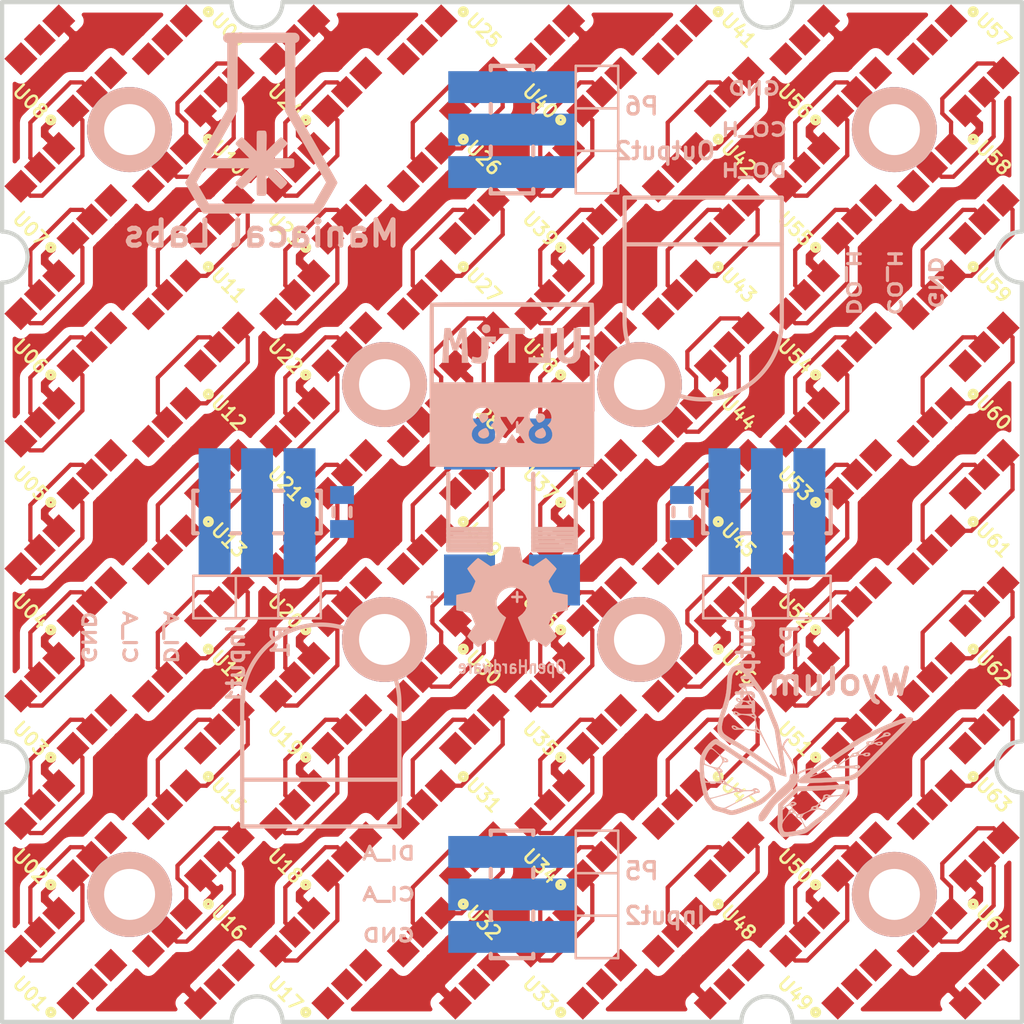
<source format=kicad_pcb>
(kicad_pcb (version 4) (host pcbnew 4.0.2-4+6225~38~ubuntu15.10.1-stable)
  (layers (0 Front signal) (31 Back signal) (34 B.Paste user) (35 F.Paste user) (36 B.SilkS user hide) (37 F.SilkS user hide) (38 B.Mask user) (39 F.Mask user) (44 Edge.Cuts user))
  (net 0 "")
  (net 1 /Row_A/DI_A)
  (net 2 /Row_H/DO_H)
  (net 3 GND)
  (net 4 /Row_A/5V)
  (net 5 /Row_A/CI_A)
  (net 6 /Row_H/CO_H)
  (net 7 /Row_A/CI_B)
  (net 8 /Row_A/DI_B)
  (net 9 /Row_B/CI_C)
  (net 10 /Row_B/DI_C)
  (net 11 /Row_C/CI_D)
  (net 12 /Row_C/DI_D)
  (net 13 /Row_D/CI_E)
  (net 14 /Row_D/DI_E)
  (net 15 /Row_E/CI_F)
  (net 16 /Row_E/DI_F)
  (net 17 /Row_F/CI_G)
  (net 18 /Row_F/DI_G)
  (net 19 /Row_G/CI_H)
  (net 20 /Row_G/DI_H)
  (net 21 "Net-(U01-Pad5)")
  (net 22 "Net-(U01-Pad6)")
  (net 23 "Net-(U02-Pad5)")
  (net 24 "Net-(U02-Pad6)")
  (net 25 "Net-(U03-Pad5)")
  (net 26 "Net-(U03-Pad6)")
  (net 27 "Net-(U04-Pad5)")
  (net 28 "Net-(U04-Pad6)")
  (net 29 "Net-(U05-Pad5)")
  (net 30 "Net-(U05-Pad6)")
  (net 31 "Net-(U06-Pad5)")
  (net 32 "Net-(U06-Pad6)")
  (net 33 "Net-(U07-Pad5)")
  (net 34 "Net-(U07-Pad6)")
  (net 35 "Net-(U09-Pad5)")
  (net 36 "Net-(U09-Pad6)")
  (net 37 "Net-(U10-Pad5)")
  (net 38 "Net-(U10-Pad6)")
  (net 39 "Net-(U11-Pad5)")
  (net 40 "Net-(U11-Pad6)")
  (net 41 "Net-(U12-Pad5)")
  (net 42 "Net-(U12-Pad6)")
  (net 43 "Net-(U13-Pad5)")
  (net 44 "Net-(U13-Pad6)")
  (net 45 "Net-(U14-Pad5)")
  (net 46 "Net-(U14-Pad6)")
  (net 47 "Net-(U15-Pad5)")
  (net 48 "Net-(U15-Pad6)")
  (net 49 "Net-(U17-Pad5)")
  (net 50 "Net-(U17-Pad6)")
  (net 51 "Net-(U18-Pad5)")
  (net 52 "Net-(U18-Pad6)")
  (net 53 "Net-(U19-Pad5)")
  (net 54 "Net-(U19-Pad6)")
  (net 55 "Net-(U20-Pad5)")
  (net 56 "Net-(U20-Pad6)")
  (net 57 "Net-(U21-Pad5)")
  (net 58 "Net-(U21-Pad6)")
  (net 59 "Net-(U22-Pad5)")
  (net 60 "Net-(U22-Pad6)")
  (net 61 "Net-(U23-Pad5)")
  (net 62 "Net-(U23-Pad6)")
  (net 63 "Net-(U25-Pad5)")
  (net 64 "Net-(U25-Pad6)")
  (net 65 "Net-(U26-Pad5)")
  (net 66 "Net-(U26-Pad6)")
  (net 67 "Net-(U27-Pad5)")
  (net 68 "Net-(U27-Pad6)")
  (net 69 "Net-(U28-Pad5)")
  (net 70 "Net-(U28-Pad6)")
  (net 71 "Net-(U29-Pad5)")
  (net 72 "Net-(U29-Pad6)")
  (net 73 "Net-(U30-Pad5)")
  (net 74 "Net-(U30-Pad6)")
  (net 75 "Net-(U31-Pad5)")
  (net 76 "Net-(U31-Pad6)")
  (net 77 "Net-(U33-Pad5)")
  (net 78 "Net-(U33-Pad6)")
  (net 79 "Net-(U34-Pad5)")
  (net 80 "Net-(U34-Pad6)")
  (net 81 "Net-(U35-Pad5)")
  (net 82 "Net-(U35-Pad6)")
  (net 83 "Net-(U36-Pad5)")
  (net 84 "Net-(U36-Pad6)")
  (net 85 "Net-(U37-Pad5)")
  (net 86 "Net-(U37-Pad6)")
  (net 87 "Net-(U38-Pad5)")
  (net 88 "Net-(U38-Pad6)")
  (net 89 "Net-(U39-Pad5)")
  (net 90 "Net-(U39-Pad6)")
  (net 91 "Net-(U41-Pad5)")
  (net 92 "Net-(U41-Pad6)")
  (net 93 "Net-(U42-Pad5)")
  (net 94 "Net-(U42-Pad6)")
  (net 95 "Net-(U43-Pad5)")
  (net 96 "Net-(U43-Pad6)")
  (net 97 "Net-(U44-Pad5)")
  (net 98 "Net-(U44-Pad6)")
  (net 99 "Net-(U45-Pad5)")
  (net 100 "Net-(U45-Pad6)")
  (net 101 "Net-(U46-Pad5)")
  (net 102 "Net-(U46-Pad6)")
  (net 103 "Net-(U47-Pad5)")
  (net 104 "Net-(U47-Pad6)")
  (net 105 "Net-(U49-Pad5)")
  (net 106 "Net-(U49-Pad6)")
  (net 107 "Net-(U50-Pad5)")
  (net 108 "Net-(U50-Pad6)")
  (net 109 "Net-(U51-Pad5)")
  (net 110 "Net-(U51-Pad6)")
  (net 111 "Net-(U52-Pad5)")
  (net 112 "Net-(U52-Pad6)")
  (net 113 "Net-(U53-Pad5)")
  (net 114 "Net-(U53-Pad6)")
  (net 115 "Net-(U54-Pad5)")
  (net 116 "Net-(U54-Pad6)")
  (net 117 "Net-(U55-Pad5)")
  (net 118 "Net-(U55-Pad6)")
  (net 119 "Net-(U57-Pad5)")
  (net 120 "Net-(U57-Pad6)")
  (net 121 "Net-(U58-Pad5)")
  (net 122 "Net-(U58-Pad6)")
  (net 123 "Net-(U59-Pad5)")
  (net 124 "Net-(U59-Pad6)")
  (net 125 "Net-(U60-Pad5)")
  (net 126 "Net-(U60-Pad6)")
  (net 127 "Net-(U61-Pad5)")
  (net 128 "Net-(U61-Pad6)")
  (net 129 "Net-(U62-Pad5)")
  (net 130 "Net-(U62-Pad6)")
  (net 131 "Net-(U63-Pad5)")
  (net 132 "Net-(U63-Pad6)")
  (module ultim8x8_libs:logo_ultim8x8 (layer Back) (at 59.69 52.07 180)
    (fp_text reference L1 hide)
    (fp_text value ULTiM8x8 hide)
  )
  (module ultim8x8_libs:c_0805 (layer Back) (at 69.85 59.69 90)
    (fp_text reference C3 hide)
    (fp_text value 100nF hide)
    (pad 1 smd rect (at 1.016 0 90) (size 1.0668 1.4224) (layers Back B.Paste B.Mask) (net 3 GND))
    (pad 2 smd rect (at -1.016 0 90) (size 1.0668 1.4224) (layers Back B.Paste B.Mask) (net 4 /Row_A/5V))
  )
  (module ultim8x8_libs:c_0805 (layer Back) (at 49.53 59.69 90)
    (fp_text reference C1 hide)
    (fp_text value 100nF hide)
    (pad 1 smd rect (at 1.016 0 90) (size 1.0668 1.4224) (layers Back B.Paste B.Mask) (net 3 GND))
    (pad 2 smd rect (at -1.016 0 90) (size 1.0668 1.4224) (layers Back B.Paste B.Mask) (net 4 /Row_A/5V))
  )
  (module ultim8x8_libs:c_2917 (layer Back) (at 57.15 59.69 270)
    (fp_text reference C2 hide)
    (fp_text value "47uF 20V" hide)
    (fp_text user - (at -5.08 2.286 270) (layer B.SilkS) (effects (font (size 0.762 0.762) (thickness 0.1524)) (justify mirror)))
    (fp_text user + (at 5.08 2.286 270) (layer B.SilkS) (effects (font (size 0.762 0.762) (thickness 0.1524)) (justify mirror)))
    (pad 1 smd rect (at 4.064 0 270) (size 3.048 3.048) (layers Back B.Paste B.Mask) (net 4 /Row_A/5V))
    (pad 2 smd rect (at -4.064 0 270) (size 3.048 3.048) (layers Back B.Paste B.Mask) (net 3 GND))
  )
  (module ultim8x8_libs:c_2917 (layer Back) (at 62.23 59.69 270)
    (fp_text reference C4 hide)
    (fp_text value "47uF 20V" hide)
    (fp_text user - (at -5.08 2.286 270) (layer B.SilkS) (effects (font (size 0.762 0.762) (thickness 0.1524)) (justify mirror)))
    (fp_text user + (at 5.08 2.286 270) (layer B.SilkS) (effects (font (size 0.762 0.762) (thickness 0.1524)) (justify mirror)))
    (pad 1 smd rect (at 4.064 0 270) (size 3.048 3.048) (layers Back B.Paste B.Mask) (net 4 /Row_A/5V))
    (pad 2 smd rect (at -4.064 0 270) (size 3.048 3.048) (layers Back B.Paste B.Mask) (net 3 GND))
  )
  (module ultim8x8_libs:header_3pos_smd_male (layer Back) (at 59.69 36.83 270)
    (fp_text reference P6 (at -1.397 -7.747 360) (layer B.SilkS) (effects (font (size 1.016 1.016) (thickness 0.2032)) (justify mirror)))
    (fp_text value Output2 (at 1.27 -9.144 360) (layer B.SilkS) (effects (font (size 1.016 1.016) (thickness 0.2032)) (justify mirror)))
    (pad 1 smd rect (at -2.54 0 270) (size 1.905 7.62) (layers Back B.Paste B.Mask) (net 3 GND))
    (pad 2 smd rect (at 0 0 270) (size 1.905 7.62) (layers Back B.Paste B.Mask) (net 6 /Row_H/CO_H))
    (pad 3 smd rect (at 2.54 0 270) (size 1.905 7.62) (layers Back B.Paste B.Mask) (net 2 /Row_H/DO_H))
  )
  (module ultim8x8_libs:header_3pos_smd_male (layer Back) (at 59.69 82.55 270)
    (fp_text reference P5 (at -1.397 -7.747 360) (layer B.SilkS) (effects (font (size 1.016 1.016) (thickness 0.2032)) (justify mirror)))
    (fp_text value Input2 (at 1.27 -9.144 360) (layer B.SilkS) (effects (font (size 1.016 1.016) (thickness 0.2032)) (justify mirror)))
    (pad 1 smd rect (at -2.54 0 270) (size 1.905 7.62) (layers Back B.Paste B.Mask) (net 1 /Row_A/DI_A))
    (pad 2 smd rect (at 0 0 270) (size 1.905 7.62) (layers Back B.Paste B.Mask) (net 5 /Row_A/CI_A))
    (pad 3 smd rect (at 2.54 0 270) (size 1.905 7.62) (layers Back B.Paste B.Mask) (net 3 GND))
  )
  (module ultim8x8_libs:header_3pos_smd_male (layer Back) (at 74.93 59.69 180)
    (fp_text reference P2 (at -1.397 -7.747 270) (layer B.SilkS) (effects (font (size 1.016 1.016) (thickness 0.2032)) (justify mirror)))
    (fp_text value Output1 (at 1.27 -9.144 270) (layer B.SilkS) (effects (font (size 1.016 1.016) (thickness 0.2032)) (justify mirror)))
    (pad 1 smd rect (at -2.54 0 180) (size 1.905 7.62) (layers Back B.Paste B.Mask) (net 3 GND))
    (pad 2 smd rect (at 0 0 180) (size 1.905 7.62) (layers Back B.Paste B.Mask) (net 6 /Row_H/CO_H))
    (pad 3 smd rect (at 2.54 0 180) (size 1.905 7.62) (layers Back B.Paste B.Mask) (net 2 /Row_H/DO_H))
  )
  (module ultim8x8_libs:header_3pos_smd_male (layer Back) (at 44.45 59.69 180)
    (fp_text reference P1 (at -1.397 -7.747 270) (layer B.SilkS) (effects (font (size 1.016 1.016) (thickness 0.2032)) (justify mirror)))
    (fp_text value Input1 (at 1.27 -9.144 270) (layer B.SilkS) (effects (font (size 1.016 1.016) (thickness 0.2032)) (justify mirror)))
    (pad 1 smd rect (at -2.54 0 180) (size 1.905 7.62) (layers Back B.Paste B.Mask) (net 1 /Row_A/DI_A))
    (pad 2 smd rect (at 0 0 180) (size 1.905 7.62) (layers Back B.Paste B.Mask) (net 5 /Row_A/CI_A))
    (pad 3 smd rect (at 2.54 0 180) (size 1.905 7.62) (layers Back B.Paste B.Mask) (net 3 GND))
  )
  (module ultim8x8_libs:OSHW_6mm (layer Back) (at 59.69 64.77 180)
    (fp_text reference L2 hide)
    (fp_text value OSHW hide)
    (fp_text user OpenHardware (at 0 -4.191 180) (layer B.SilkS) (effects (font (size 0.762 0.6096) (thickness 0.127)) (justify mirror)))
  )
  (module ultim8x8_libs:logo_wyo_butterfly (layer Back) (at 76.2 74.93 180)
    (fp_text reference L3 hide)
    (fp_text value Wyolum (at -3.048 5.08 180) (layer B.SilkS) (effects (font (thickness 0.3)) (justify mirror)))
  )
  (module ultim8x8_libs:logo_MLlabs (layer Back) (at 44.704 36.449 180)
    (fp_text reference L4 hide)
    (fp_text value "Maniacal Labs" (at 0 -6.604 180) (layer B.SilkS) (effects (font (thickness 0.3)) (justify mirror)))
  )
  (module ultim8x8_libs:Screw_SSide_2 (layer Back) (at 67.31 67.31)
    (fp_text reference S1 hide)
    (fp_text value CONN_1 hide)
    (pad 1 thru_hole circle (at 0 0) (size 5.08 5.08) (drill 3.048) (layers Back B.Paste B.SilkS B.Mask))
  )
  (module ultim8x8_libs:Screw_SSide_2 (layer Back) (at 52.07 52.07)
    (fp_text reference S1 hide)
    (fp_text value CONN_1 hide)
    (pad 1 thru_hole circle (at 0 0) (size 5.08 5.08) (drill 3.048) (layers Back B.Paste B.SilkS B.Mask))
  )
  (module ultim8x8_libs:Screw_SSide_2 (layer Back) (at 36.83 82.55)
    (fp_text reference S1 hide)
    (fp_text value CONN_1 hide)
    (pad 1 thru_hole circle (at 0 0) (size 5.08 5.08) (drill 3.048) (layers Back B.Paste B.SilkS B.Mask))
  )
  (module ultim8x8_libs:Screw_SSide_2 (layer Back) (at 36.83 36.83)
    (fp_text reference S1 hide)
    (fp_text value CONN_1 hide)
    (pad 1 thru_hole circle (at 0 0) (size 5.08 5.08) (drill 3.048) (layers Back B.Paste B.SilkS B.Mask))
  )
  (module ultim8x8_libs:Screw_SSide_2 (layer Back) (at 52.07 67.31)
    (fp_text reference S1 hide)
    (fp_text value CONN_1 hide)
    (pad 1 thru_hole circle (at 0 0) (size 5.08 5.08) (drill 3.048) (layers Back B.Paste B.SilkS B.Mask))
  )
  (module ultim8x8_libs:Screw_SSide_2 (layer Back) (at 67.31 52.07)
    (fp_text reference S1 hide)
    (fp_text value CONN_1 hide)
    (pad 1 thru_hole circle (at 0 0) (size 5.08 5.08) (drill 3.048) (layers Back B.Paste B.SilkS B.Mask))
  )
  (module ultim8x8_libs:Screw_SSide_2 (layer Back) (at 82.55 36.83)
    (fp_text reference S1 hide)
    (fp_text value CONN_1 hide)
    (pad 1 thru_hole circle (at 0 0) (size 5.08 5.08) (drill 3.048) (layers Back B.Paste B.SilkS B.Mask))
  )
  (module ultim8x8_libs:Screw_SSide_2 (layer Back) (at 82.55 82.55)
    (fp_text reference S1 hide)
    (fp_text value CONN_1 hide)
    (pad 1 thru_hole circle (at 0 0) (size 5.08 5.08) (drill 3.048) (layers Back B.Paste B.SilkS B.Mask))
  )
  (module ultim8x8_libs:APA102 (layer Front) (at 86.36 78.74 225)
    (fp_text reference U63 (at -3 0 315) (layer F.SilkS) (effects (font (size 0.8 0.8))))
    (fp_text value APA102 hide)
    (pad 3 smd rect (at 1.6 2.2 315) (size 1.4 1.4) (layers Front F.Paste F.Mask) (net 3 GND) (clearance 0.1))
    (pad 4 smd rect (at 1.6 -2.2 315) (size 1.4 1.4) (layers Front F.Paste F.Mask) (net 4 /Row_A/5V) (clearance 0.1))
    (pad 5 smd rect (at 0 -2.2 315) (size 1.4 1.3) (layers Front F.Paste F.Mask) (net 131 "Net-(U63-Pad5)") (clearance 0.1))
    (pad 2 smd rect (at 0 2.2 315) (size 1.4 1.3) (layers Front F.Paste F.Mask) (net 129 "Net-(U62-Pad5)") (clearance 0.1))
    (pad 1 smd rect (at -1.6 2.2 315) (size 1.4 1.4) (layers Front F.Paste F.Mask) (net 130 "Net-(U62-Pad6)") (clearance 0.1))
    (pad 6 smd rect (at -1.6 -2.2 315) (size 1.4 1.4) (layers Front F.Paste F.Mask) (net 132 "Net-(U63-Pad6)") (clearance 0.1))
  )
  (module ultim8x8_libs:APA102 (layer Front) (at 71.12 48.26 225)
    (fp_text reference U43 (at -3 0 315) (layer F.SilkS) (effects (font (size 0.8 0.8))))
    (fp_text value APA102 hide)
    (pad 3 smd rect (at 1.6 2.2 315) (size 1.4 1.4) (layers Front F.Paste F.Mask) (net 3 GND) (clearance 0.1))
    (pad 4 smd rect (at 1.6 -2.2 315) (size 1.4 1.4) (layers Front F.Paste F.Mask) (net 4 /Row_A/5V) (clearance 0.1))
    (pad 5 smd rect (at 0 -2.2 315) (size 1.4 1.3) (layers Front F.Paste F.Mask) (net 95 "Net-(U43-Pad5)") (clearance 0.1))
    (pad 2 smd rect (at 0 2.2 315) (size 1.4 1.3) (layers Front F.Paste F.Mask) (net 93 "Net-(U42-Pad5)") (clearance 0.1))
    (pad 1 smd rect (at -1.6 2.2 315) (size 1.4 1.4) (layers Front F.Paste F.Mask) (net 94 "Net-(U42-Pad6)") (clearance 0.1))
    (pad 6 smd rect (at -1.6 -2.2 315) (size 1.4 1.4) (layers Front F.Paste F.Mask) (net 96 "Net-(U43-Pad6)") (clearance 0.1))
  )
  (module ultim8x8_libs:APA102 (layer Front) (at 86.36 86.36 225)
    (fp_text reference U64 (at -3 0 315) (layer F.SilkS) (effects (font (size 0.8 0.8))))
    (fp_text value APA102 hide)
    (pad 3 smd rect (at 1.6 2.2 315) (size 1.4 1.4) (layers Front F.Paste F.Mask) (net 3 GND) (clearance 0.1))
    (pad 4 smd rect (at 1.6 -2.2 315) (size 1.4 1.4) (layers Front F.Paste F.Mask) (net 4 /Row_A/5V) (clearance 0.1))
    (pad 5 smd rect (at 0 -2.2 315) (size 1.4 1.3) (layers Front F.Paste F.Mask) (net 6 /Row_H/CO_H) (clearance 0.1))
    (pad 2 smd rect (at 0 2.2 315) (size 1.4 1.3) (layers Front F.Paste F.Mask) (net 131 "Net-(U63-Pad5)") (clearance 0.1))
    (pad 1 smd rect (at -1.6 2.2 315) (size 1.4 1.4) (layers Front F.Paste F.Mask) (net 132 "Net-(U63-Pad6)") (clearance 0.1))
    (pad 6 smd rect (at -1.6 -2.2 315) (size 1.4 1.4) (layers Front F.Paste F.Mask) (net 2 /Row_H/DO_H) (clearance 0.1))
  )
  (module ultim8x8_libs:APA102 (layer Front) (at 78.74 86.36 45)
    (fp_text reference U49 (at -3 0 135) (layer F.SilkS) (effects (font (size 0.8 0.8))))
    (fp_text value APA102 hide)
    (pad 3 smd rect (at 1.6 2.2 135) (size 1.4 1.4) (layers Front F.Paste F.Mask) (net 3 GND) (clearance 0.1))
    (pad 4 smd rect (at 1.6 -2.2 135) (size 1.4 1.4) (layers Front F.Paste F.Mask) (net 4 /Row_A/5V) (clearance 0.1))
    (pad 5 smd rect (at 0 -2.2 135) (size 1.4 1.3) (layers Front F.Paste F.Mask) (net 105 "Net-(U49-Pad5)") (clearance 0.1))
    (pad 2 smd rect (at 0 2.2 135) (size 1.4 1.3) (layers Front F.Paste F.Mask) (net 17 /Row_F/CI_G) (clearance 0.1))
    (pad 1 smd rect (at -1.6 2.2 135) (size 1.4 1.4) (layers Front F.Paste F.Mask) (net 18 /Row_F/DI_G) (clearance 0.1))
    (pad 6 smd rect (at -1.6 -2.2 135) (size 1.4 1.4) (layers Front F.Paste F.Mask) (net 106 "Net-(U49-Pad6)") (clearance 0.1))
  )
  (module ultim8x8_libs:APA102 (layer Front) (at 71.12 86.36 225)
    (fp_text reference U48 (at -3 0 315) (layer F.SilkS) (effects (font (size 0.8 0.8))))
    (fp_text value APA102 hide)
    (pad 3 smd rect (at 1.6 2.2 315) (size 1.4 1.4) (layers Front F.Paste F.Mask) (net 3 GND) (clearance 0.1))
    (pad 4 smd rect (at 1.6 -2.2 315) (size 1.4 1.4) (layers Front F.Paste F.Mask) (net 4 /Row_A/5V) (clearance 0.1))
    (pad 5 smd rect (at 0 -2.2 315) (size 1.4 1.3) (layers Front F.Paste F.Mask) (net 17 /Row_F/CI_G) (clearance 0.1))
    (pad 2 smd rect (at 0 2.2 315) (size 1.4 1.3) (layers Front F.Paste F.Mask) (net 103 "Net-(U47-Pad5)") (clearance 0.1))
    (pad 1 smd rect (at -1.6 2.2 315) (size 1.4 1.4) (layers Front F.Paste F.Mask) (net 104 "Net-(U47-Pad6)") (clearance 0.1))
    (pad 6 smd rect (at -1.6 -2.2 315) (size 1.4 1.4) (layers Front F.Paste F.Mask) (net 18 /Row_F/DI_G) (clearance 0.1))
  )
  (module ultim8x8_libs:APA102 (layer Front) (at 63.5 86.36 45)
    (fp_text reference U33 (at -3 0 135) (layer F.SilkS) (effects (font (size 0.8 0.8))))
    (fp_text value APA102 hide)
    (pad 3 smd rect (at 1.6 2.2 135) (size 1.4 1.4) (layers Front F.Paste F.Mask) (net 3 GND) (clearance 0.1))
    (pad 4 smd rect (at 1.6 -2.2 135) (size 1.4 1.4) (layers Front F.Paste F.Mask) (net 4 /Row_A/5V) (clearance 0.1))
    (pad 5 smd rect (at 0 -2.2 135) (size 1.4 1.3) (layers Front F.Paste F.Mask) (net 77 "Net-(U33-Pad5)") (clearance 0.1))
    (pad 2 smd rect (at 0 2.2 135) (size 1.4 1.3) (layers Front F.Paste F.Mask) (net 13 /Row_D/CI_E) (clearance 0.1))
    (pad 1 smd rect (at -1.6 2.2 135) (size 1.4 1.4) (layers Front F.Paste F.Mask) (net 14 /Row_D/DI_E) (clearance 0.1))
    (pad 6 smd rect (at -1.6 -2.2 135) (size 1.4 1.4) (layers Front F.Paste F.Mask) (net 78 "Net-(U33-Pad6)") (clearance 0.1))
  )
  (module ultim8x8_libs:APA102 (layer Front) (at 55.88 86.36 225)
    (fp_text reference U32 (at -3 0 315) (layer F.SilkS) (effects (font (size 0.8 0.8))))
    (fp_text value APA102 hide)
    (pad 3 smd rect (at 1.6 2.2 315) (size 1.4 1.4) (layers Front F.Paste F.Mask) (net 3 GND) (clearance 0.1))
    (pad 4 smd rect (at 1.6 -2.2 315) (size 1.4 1.4) (layers Front F.Paste F.Mask) (net 4 /Row_A/5V) (clearance 0.1))
    (pad 5 smd rect (at 0 -2.2 315) (size 1.4 1.3) (layers Front F.Paste F.Mask) (net 13 /Row_D/CI_E) (clearance 0.1))
    (pad 2 smd rect (at 0 2.2 315) (size 1.4 1.3) (layers Front F.Paste F.Mask) (net 75 "Net-(U31-Pad5)") (clearance 0.1))
    (pad 1 smd rect (at -1.6 2.2 315) (size 1.4 1.4) (layers Front F.Paste F.Mask) (net 76 "Net-(U31-Pad6)") (clearance 0.1))
    (pad 6 smd rect (at -1.6 -2.2 315) (size 1.4 1.4) (layers Front F.Paste F.Mask) (net 14 /Row_D/DI_E) (clearance 0.1))
  )
  (module ultim8x8_libs:APA102 (layer Front) (at 48.26 86.36 45)
    (fp_text reference U17 (at -3 0 135) (layer F.SilkS) (effects (font (size 0.8 0.8))))
    (fp_text value APA102 hide)
    (pad 3 smd rect (at 1.6 2.2 135) (size 1.4 1.4) (layers Front F.Paste F.Mask) (net 3 GND) (clearance 0.1))
    (pad 4 smd rect (at 1.6 -2.2 135) (size 1.4 1.4) (layers Front F.Paste F.Mask) (net 4 /Row_A/5V) (clearance 0.1))
    (pad 5 smd rect (at 0 -2.2 135) (size 1.4 1.3) (layers Front F.Paste F.Mask) (net 49 "Net-(U17-Pad5)") (clearance 0.1))
    (pad 2 smd rect (at 0 2.2 135) (size 1.4 1.3) (layers Front F.Paste F.Mask) (net 9 /Row_B/CI_C) (clearance 0.1))
    (pad 1 smd rect (at -1.6 2.2 135) (size 1.4 1.4) (layers Front F.Paste F.Mask) (net 10 /Row_B/DI_C) (clearance 0.1))
    (pad 6 smd rect (at -1.6 -2.2 135) (size 1.4 1.4) (layers Front F.Paste F.Mask) (net 50 "Net-(U17-Pad6)") (clearance 0.1))
  )
  (module ultim8x8_libs:APA102 (layer Front) (at 40.64 86.36 225)
    (fp_text reference U16 (at -3 0 315) (layer F.SilkS) (effects (font (size 0.8 0.8))))
    (fp_text value APA102 hide)
    (pad 3 smd rect (at 1.6 2.2 315) (size 1.4 1.4) (layers Front F.Paste F.Mask) (net 3 GND) (clearance 0.1))
    (pad 4 smd rect (at 1.6 -2.2 315) (size 1.4 1.4) (layers Front F.Paste F.Mask) (net 4 /Row_A/5V) (clearance 0.1))
    (pad 5 smd rect (at 0 -2.2 315) (size 1.4 1.3) (layers Front F.Paste F.Mask) (net 9 /Row_B/CI_C) (clearance 0.1))
    (pad 2 smd rect (at 0 2.2 315) (size 1.4 1.3) (layers Front F.Paste F.Mask) (net 47 "Net-(U15-Pad5)") (clearance 0.1))
    (pad 1 smd rect (at -1.6 2.2 315) (size 1.4 1.4) (layers Front F.Paste F.Mask) (net 48 "Net-(U15-Pad6)") (clearance 0.1))
    (pad 6 smd rect (at -1.6 -2.2 315) (size 1.4 1.4) (layers Front F.Paste F.Mask) (net 10 /Row_B/DI_C) (clearance 0.1))
  )
  (module ultim8x8_libs:APA102 (layer Front) (at 33.02 86.36 45)
    (fp_text reference U01 (at -3 0 135) (layer F.SilkS) (effects (font (size 0.8 0.8))))
    (fp_text value APA102 hide)
    (pad 3 smd rect (at 1.6 2.2 135) (size 1.4 1.4) (layers Front F.Paste F.Mask) (net 3 GND) (clearance 0.1))
    (pad 4 smd rect (at 1.6 -2.2 135) (size 1.4 1.4) (layers Front F.Paste F.Mask) (net 4 /Row_A/5V) (clearance 0.1))
    (pad 5 smd rect (at 0 -2.2 135) (size 1.4 1.3) (layers Front F.Paste F.Mask) (net 21 "Net-(U01-Pad5)") (clearance 0.1))
    (pad 2 smd rect (at 0 2.2 135) (size 1.4 1.3) (layers Front F.Paste F.Mask) (net 5 /Row_A/CI_A) (clearance 0.1))
    (pad 1 smd rect (at -1.6 2.2 135) (size 1.4 1.4) (layers Front F.Paste F.Mask) (net 1 /Row_A/DI_A) (clearance 0.1))
    (pad 6 smd rect (at -1.6 -2.2 135) (size 1.4 1.4) (layers Front F.Paste F.Mask) (net 22 "Net-(U01-Pad6)") (clearance 0.1))
  )
  (module ultim8x8_libs:APA102 (layer Front) (at 33.02 63.5 45)
    (fp_text reference U04 (at -3 0 135) (layer F.SilkS) (effects (font (size 0.8 0.8))))
    (fp_text value APA102 hide)
    (pad 3 smd rect (at 1.6 2.2 135) (size 1.4 1.4) (layers Front F.Paste F.Mask) (net 3 GND) (clearance 0.1))
    (pad 4 smd rect (at 1.6 -2.2 135) (size 1.4 1.4) (layers Front F.Paste F.Mask) (net 4 /Row_A/5V) (clearance 0.1))
    (pad 5 smd rect (at 0 -2.2 135) (size 1.4 1.3) (layers Front F.Paste F.Mask) (net 27 "Net-(U04-Pad5)") (clearance 0.1))
    (pad 2 smd rect (at 0 2.2 135) (size 1.4 1.3) (layers Front F.Paste F.Mask) (net 25 "Net-(U03-Pad5)") (clearance 0.1))
    (pad 1 smd rect (at -1.6 2.2 135) (size 1.4 1.4) (layers Front F.Paste F.Mask) (net 26 "Net-(U03-Pad6)") (clearance 0.1))
    (pad 6 smd rect (at -1.6 -2.2 135) (size 1.4 1.4) (layers Front F.Paste F.Mask) (net 28 "Net-(U04-Pad6)") (clearance 0.1))
  )
  (module ultim8x8_libs:APA102 (layer Front) (at 33.02 78.74 45)
    (fp_text reference U02 (at -3 0 135) (layer F.SilkS) (effects (font (size 0.8 0.8))))
    (fp_text value APA102 hide)
    (pad 3 smd rect (at 1.6 2.2 135) (size 1.4 1.4) (layers Front F.Paste F.Mask) (net 3 GND) (clearance 0.1))
    (pad 4 smd rect (at 1.6 -2.2 135) (size 1.4 1.4) (layers Front F.Paste F.Mask) (net 4 /Row_A/5V) (clearance 0.1))
    (pad 5 smd rect (at 0 -2.2 135) (size 1.4 1.3) (layers Front F.Paste F.Mask) (net 23 "Net-(U02-Pad5)") (clearance 0.1))
    (pad 2 smd rect (at 0 2.2 135) (size 1.4 1.3) (layers Front F.Paste F.Mask) (net 21 "Net-(U01-Pad5)") (clearance 0.1))
    (pad 1 smd rect (at -1.6 2.2 135) (size 1.4 1.4) (layers Front F.Paste F.Mask) (net 22 "Net-(U01-Pad6)") (clearance 0.1))
    (pad 6 smd rect (at -1.6 -2.2 135) (size 1.4 1.4) (layers Front F.Paste F.Mask) (net 24 "Net-(U02-Pad6)") (clearance 0.1))
  )
  (module ultim8x8_libs:APA102 (layer Front) (at 33.02 71.12 45)
    (fp_text reference U03 (at -3 0 135) (layer F.SilkS) (effects (font (size 0.8 0.8))))
    (fp_text value APA102 hide)
    (pad 3 smd rect (at 1.6 2.2 135) (size 1.4 1.4) (layers Front F.Paste F.Mask) (net 3 GND) (clearance 0.1))
    (pad 4 smd rect (at 1.6 -2.2 135) (size 1.4 1.4) (layers Front F.Paste F.Mask) (net 4 /Row_A/5V) (clearance 0.1))
    (pad 5 smd rect (at 0 -2.2 135) (size 1.4 1.3) (layers Front F.Paste F.Mask) (net 25 "Net-(U03-Pad5)") (clearance 0.1))
    (pad 2 smd rect (at 0 2.2 135) (size 1.4 1.3) (layers Front F.Paste F.Mask) (net 23 "Net-(U02-Pad5)") (clearance 0.1))
    (pad 1 smd rect (at -1.6 2.2 135) (size 1.4 1.4) (layers Front F.Paste F.Mask) (net 24 "Net-(U02-Pad6)") (clearance 0.1))
    (pad 6 smd rect (at -1.6 -2.2 135) (size 1.4 1.4) (layers Front F.Paste F.Mask) (net 26 "Net-(U03-Pad6)") (clearance 0.1))
  )
  (module ultim8x8_libs:APA102 (layer Front) (at 33.02 40.64 45)
    (fp_text reference U07 (at -3 0 135) (layer F.SilkS) (effects (font (size 0.8 0.8))))
    (fp_text value APA102 hide)
    (pad 3 smd rect (at 1.6 2.2 135) (size 1.4 1.4) (layers Front F.Paste F.Mask) (net 3 GND) (clearance 0.1))
    (pad 4 smd rect (at 1.6 -2.2 135) (size 1.4 1.4) (layers Front F.Paste F.Mask) (net 4 /Row_A/5V) (clearance 0.1))
    (pad 5 smd rect (at 0 -2.2 135) (size 1.4 1.3) (layers Front F.Paste F.Mask) (net 33 "Net-(U07-Pad5)") (clearance 0.1))
    (pad 2 smd rect (at 0 2.2 135) (size 1.4 1.3) (layers Front F.Paste F.Mask) (net 31 "Net-(U06-Pad5)") (clearance 0.1))
    (pad 1 smd rect (at -1.6 2.2 135) (size 1.4 1.4) (layers Front F.Paste F.Mask) (net 32 "Net-(U06-Pad6)") (clearance 0.1))
    (pad 6 smd rect (at -1.6 -2.2 135) (size 1.4 1.4) (layers Front F.Paste F.Mask) (net 34 "Net-(U07-Pad6)") (clearance 0.1))
  )
  (module ultim8x8_libs:APA102 (layer Front) (at 33.02 33.02 45)
    (fp_text reference U08 (at -3 0 135) (layer F.SilkS) (effects (font (size 0.8 0.8))))
    (fp_text value APA102 hide)
    (pad 3 smd rect (at 1.6 2.2 135) (size 1.4 1.4) (layers Front F.Paste F.Mask) (net 3 GND) (clearance 0.1))
    (pad 4 smd rect (at 1.6 -2.2 135) (size 1.4 1.4) (layers Front F.Paste F.Mask) (net 4 /Row_A/5V) (clearance 0.1))
    (pad 5 smd rect (at 0 -2.2 135) (size 1.4 1.3) (layers Front F.Paste F.Mask) (net 7 /Row_A/CI_B) (clearance 0.1))
    (pad 2 smd rect (at 0 2.2 135) (size 1.4 1.3) (layers Front F.Paste F.Mask) (net 33 "Net-(U07-Pad5)") (clearance 0.1))
    (pad 1 smd rect (at -1.6 2.2 135) (size 1.4 1.4) (layers Front F.Paste F.Mask) (net 34 "Net-(U07-Pad6)") (clearance 0.1))
    (pad 6 smd rect (at -1.6 -2.2 135) (size 1.4 1.4) (layers Front F.Paste F.Mask) (net 8 /Row_A/DI_B) (clearance 0.1))
  )
  (module ultim8x8_libs:APA102 (layer Front) (at 40.64 33.02 225)
    (fp_text reference U09 (at -3 0 315) (layer F.SilkS) (effects (font (size 0.8 0.8))))
    (fp_text value APA102 hide)
    (pad 3 smd rect (at 1.6 2.2 315) (size 1.4 1.4) (layers Front F.Paste F.Mask) (net 3 GND) (clearance 0.1))
    (pad 4 smd rect (at 1.6 -2.2 315) (size 1.4 1.4) (layers Front F.Paste F.Mask) (net 4 /Row_A/5V) (clearance 0.1))
    (pad 5 smd rect (at 0 -2.2 315) (size 1.4 1.3) (layers Front F.Paste F.Mask) (net 35 "Net-(U09-Pad5)") (clearance 0.1))
    (pad 2 smd rect (at 0 2.2 315) (size 1.4 1.3) (layers Front F.Paste F.Mask) (net 7 /Row_A/CI_B) (clearance 0.1))
    (pad 1 smd rect (at -1.6 2.2 315) (size 1.4 1.4) (layers Front F.Paste F.Mask) (net 8 /Row_A/DI_B) (clearance 0.1))
    (pad 6 smd rect (at -1.6 -2.2 315) (size 1.4 1.4) (layers Front F.Paste F.Mask) (net 36 "Net-(U09-Pad6)") (clearance 0.1))
  )
  (module ultim8x8_libs:APA102 (layer Front) (at 40.64 40.64 225)
    (fp_text reference U10 (at -3 0 315) (layer F.SilkS) (effects (font (size 0.8 0.8))))
    (fp_text value APA102 hide)
    (pad 3 smd rect (at 1.6 2.2 315) (size 1.4 1.4) (layers Front F.Paste F.Mask) (net 3 GND) (clearance 0.1))
    (pad 4 smd rect (at 1.6 -2.2 315) (size 1.4 1.4) (layers Front F.Paste F.Mask) (net 4 /Row_A/5V) (clearance 0.1))
    (pad 5 smd rect (at 0 -2.2 315) (size 1.4 1.3) (layers Front F.Paste F.Mask) (net 37 "Net-(U10-Pad5)") (clearance 0.1))
    (pad 2 smd rect (at 0 2.2 315) (size 1.4 1.3) (layers Front F.Paste F.Mask) (net 35 "Net-(U09-Pad5)") (clearance 0.1))
    (pad 1 smd rect (at -1.6 2.2 315) (size 1.4 1.4) (layers Front F.Paste F.Mask) (net 36 "Net-(U09-Pad6)") (clearance 0.1))
    (pad 6 smd rect (at -1.6 -2.2 315) (size 1.4 1.4) (layers Front F.Paste F.Mask) (net 38 "Net-(U10-Pad6)") (clearance 0.1))
  )
  (module ultim8x8_libs:APA102 (layer Front) (at 40.64 63.5 225)
    (fp_text reference U13 (at -3 0 315) (layer F.SilkS) (effects (font (size 0.8 0.8))))
    (fp_text value APA102 hide)
    (pad 3 smd rect (at 1.6 2.2 315) (size 1.4 1.4) (layers Front F.Paste F.Mask) (net 3 GND) (clearance 0.1))
    (pad 4 smd rect (at 1.6 -2.2 315) (size 1.4 1.4) (layers Front F.Paste F.Mask) (net 4 /Row_A/5V) (clearance 0.1))
    (pad 5 smd rect (at 0 -2.2 315) (size 1.4 1.3) (layers Front F.Paste F.Mask) (net 43 "Net-(U13-Pad5)") (clearance 0.1))
    (pad 2 smd rect (at 0 2.2 315) (size 1.4 1.3) (layers Front F.Paste F.Mask) (net 41 "Net-(U12-Pad5)") (clearance 0.1))
    (pad 1 smd rect (at -1.6 2.2 315) (size 1.4 1.4) (layers Front F.Paste F.Mask) (net 42 "Net-(U12-Pad6)") (clearance 0.1))
    (pad 6 smd rect (at -1.6 -2.2 315) (size 1.4 1.4) (layers Front F.Paste F.Mask) (net 44 "Net-(U13-Pad6)") (clearance 0.1))
  )
  (module ultim8x8_libs:APA102 (layer Front) (at 40.64 71.12 225)
    (fp_text reference U14 (at -3 0 315) (layer F.SilkS) (effects (font (size 0.8 0.8))))
    (fp_text value APA102 hide)
    (pad 3 smd rect (at 1.6 2.2 315) (size 1.4 1.4) (layers Front F.Paste F.Mask) (net 3 GND) (clearance 0.1))
    (pad 4 smd rect (at 1.6 -2.2 315) (size 1.4 1.4) (layers Front F.Paste F.Mask) (net 4 /Row_A/5V) (clearance 0.1))
    (pad 5 smd rect (at 0 -2.2 315) (size 1.4 1.3) (layers Front F.Paste F.Mask) (net 45 "Net-(U14-Pad5)") (clearance 0.1))
    (pad 2 smd rect (at 0 2.2 315) (size 1.4 1.3) (layers Front F.Paste F.Mask) (net 43 "Net-(U13-Pad5)") (clearance 0.1))
    (pad 1 smd rect (at -1.6 2.2 315) (size 1.4 1.4) (layers Front F.Paste F.Mask) (net 44 "Net-(U13-Pad6)") (clearance 0.1))
    (pad 6 smd rect (at -1.6 -2.2 315) (size 1.4 1.4) (layers Front F.Paste F.Mask) (net 46 "Net-(U14-Pad6)") (clearance 0.1))
  )
  (module ultim8x8_libs:APA102 (layer Front) (at 40.64 78.74 225)
    (fp_text reference U15 (at -3 0 315) (layer F.SilkS) (effects (font (size 0.8 0.8))))
    (fp_text value APA102 hide)
    (pad 3 smd rect (at 1.6 2.2 315) (size 1.4 1.4) (layers Front F.Paste F.Mask) (net 3 GND) (clearance 0.1))
    (pad 4 smd rect (at 1.6 -2.2 315) (size 1.4 1.4) (layers Front F.Paste F.Mask) (net 4 /Row_A/5V) (clearance 0.1))
    (pad 5 smd rect (at 0 -2.2 315) (size 1.4 1.3) (layers Front F.Paste F.Mask) (net 47 "Net-(U15-Pad5)") (clearance 0.1))
    (pad 2 smd rect (at 0 2.2 315) (size 1.4 1.3) (layers Front F.Paste F.Mask) (net 45 "Net-(U14-Pad5)") (clearance 0.1))
    (pad 1 smd rect (at -1.6 2.2 315) (size 1.4 1.4) (layers Front F.Paste F.Mask) (net 46 "Net-(U14-Pad6)") (clearance 0.1))
    (pad 6 smd rect (at -1.6 -2.2 315) (size 1.4 1.4) (layers Front F.Paste F.Mask) (net 48 "Net-(U15-Pad6)") (clearance 0.1))
  )
  (module ultim8x8_libs:APA102 (layer Front) (at 48.26 78.74 45)
    (fp_text reference U18 (at -3 0 135) (layer F.SilkS) (effects (font (size 0.8 0.8))))
    (fp_text value APA102 hide)
    (pad 3 smd rect (at 1.6 2.2 135) (size 1.4 1.4) (layers Front F.Paste F.Mask) (net 3 GND) (clearance 0.1))
    (pad 4 smd rect (at 1.6 -2.2 135) (size 1.4 1.4) (layers Front F.Paste F.Mask) (net 4 /Row_A/5V) (clearance 0.1))
    (pad 5 smd rect (at 0 -2.2 135) (size 1.4 1.3) (layers Front F.Paste F.Mask) (net 51 "Net-(U18-Pad5)") (clearance 0.1))
    (pad 2 smd rect (at 0 2.2 135) (size 1.4 1.3) (layers Front F.Paste F.Mask) (net 49 "Net-(U17-Pad5)") (clearance 0.1))
    (pad 1 smd rect (at -1.6 2.2 135) (size 1.4 1.4) (layers Front F.Paste F.Mask) (net 50 "Net-(U17-Pad6)") (clearance 0.1))
    (pad 6 smd rect (at -1.6 -2.2 135) (size 1.4 1.4) (layers Front F.Paste F.Mask) (net 52 "Net-(U18-Pad6)") (clearance 0.1))
  )
  (module ultim8x8_libs:APA102 (layer Front) (at 48.26 63.5 45)
    (fp_text reference U20 (at -3 0 135) (layer F.SilkS) (effects (font (size 0.8 0.8))))
    (fp_text value APA102 hide)
    (pad 3 smd rect (at 1.6 2.2 135) (size 1.4 1.4) (layers Front F.Paste F.Mask) (net 3 GND) (clearance 0.1))
    (pad 4 smd rect (at 1.6 -2.2 135) (size 1.4 1.4) (layers Front F.Paste F.Mask) (net 4 /Row_A/5V) (clearance 0.1))
    (pad 5 smd rect (at 0 -2.2 135) (size 1.4 1.3) (layers Front F.Paste F.Mask) (net 55 "Net-(U20-Pad5)") (clearance 0.1))
    (pad 2 smd rect (at 0 2.2 135) (size 1.4 1.3) (layers Front F.Paste F.Mask) (net 53 "Net-(U19-Pad5)") (clearance 0.1))
    (pad 1 smd rect (at -1.6 2.2 135) (size 1.4 1.4) (layers Front F.Paste F.Mask) (net 54 "Net-(U19-Pad6)") (clearance 0.1))
    (pad 6 smd rect (at -1.6 -2.2 135) (size 1.4 1.4) (layers Front F.Paste F.Mask) (net 56 "Net-(U20-Pad6)") (clearance 0.1))
  )
  (module ultim8x8_libs:APA102 (layer Front) (at 48.26 55.88 45)
    (fp_text reference U21 (at -3 0 135) (layer F.SilkS) (effects (font (size 0.8 0.8))))
    (fp_text value APA102 hide)
    (pad 3 smd rect (at 1.6 2.2 135) (size 1.4 1.4) (layers Front F.Paste F.Mask) (net 3 GND) (clearance 0.1))
    (pad 4 smd rect (at 1.6 -2.2 135) (size 1.4 1.4) (layers Front F.Paste F.Mask) (net 4 /Row_A/5V) (clearance 0.1))
    (pad 5 smd rect (at 0 -2.2 135) (size 1.4 1.3) (layers Front F.Paste F.Mask) (net 57 "Net-(U21-Pad5)") (clearance 0.1))
    (pad 2 smd rect (at 0 2.2 135) (size 1.4 1.3) (layers Front F.Paste F.Mask) (net 55 "Net-(U20-Pad5)") (clearance 0.1))
    (pad 1 smd rect (at -1.6 2.2 135) (size 1.4 1.4) (layers Front F.Paste F.Mask) (net 56 "Net-(U20-Pad6)") (clearance 0.1))
    (pad 6 smd rect (at -1.6 -2.2 135) (size 1.4 1.4) (layers Front F.Paste F.Mask) (net 58 "Net-(U21-Pad6)") (clearance 0.1))
  )
  (module ultim8x8_libs:APA102 (layer Front) (at 48.26 48.26 45)
    (fp_text reference U22 (at -3 0 135) (layer F.SilkS) (effects (font (size 0.8 0.8))))
    (fp_text value APA102 hide)
    (pad 3 smd rect (at 1.6 2.2 135) (size 1.4 1.4) (layers Front F.Paste F.Mask) (net 3 GND) (clearance 0.1))
    (pad 4 smd rect (at 1.6 -2.2 135) (size 1.4 1.4) (layers Front F.Paste F.Mask) (net 4 /Row_A/5V) (clearance 0.1))
    (pad 5 smd rect (at 0 -2.2 135) (size 1.4 1.3) (layers Front F.Paste F.Mask) (net 59 "Net-(U22-Pad5)") (clearance 0.1))
    (pad 2 smd rect (at 0 2.2 135) (size 1.4 1.3) (layers Front F.Paste F.Mask) (net 57 "Net-(U21-Pad5)") (clearance 0.1))
    (pad 1 smd rect (at -1.6 2.2 135) (size 1.4 1.4) (layers Front F.Paste F.Mask) (net 58 "Net-(U21-Pad6)") (clearance 0.1))
    (pad 6 smd rect (at -1.6 -2.2 135) (size 1.4 1.4) (layers Front F.Paste F.Mask) (net 60 "Net-(U22-Pad6)") (clearance 0.1))
  )
  (module ultim8x8_libs:APA102 (layer Front) (at 48.26 40.64 45)
    (fp_text reference U23 (at -3 0 135) (layer F.SilkS) (effects (font (size 0.8 0.8))))
    (fp_text value APA102 hide)
    (pad 3 smd rect (at 1.6 2.2 135) (size 1.4 1.4) (layers Front F.Paste F.Mask) (net 3 GND) (clearance 0.1))
    (pad 4 smd rect (at 1.6 -2.2 135) (size 1.4 1.4) (layers Front F.Paste F.Mask) (net 4 /Row_A/5V) (clearance 0.1))
    (pad 5 smd rect (at 0 -2.2 135) (size 1.4 1.3) (layers Front F.Paste F.Mask) (net 61 "Net-(U23-Pad5)") (clearance 0.1))
    (pad 2 smd rect (at 0 2.2 135) (size 1.4 1.3) (layers Front F.Paste F.Mask) (net 59 "Net-(U22-Pad5)") (clearance 0.1))
    (pad 1 smd rect (at -1.6 2.2 135) (size 1.4 1.4) (layers Front F.Paste F.Mask) (net 60 "Net-(U22-Pad6)") (clearance 0.1))
    (pad 6 smd rect (at -1.6 -2.2 135) (size 1.4 1.4) (layers Front F.Paste F.Mask) (net 62 "Net-(U23-Pad6)") (clearance 0.1))
  )
  (module ultim8x8_libs:APA102 (layer Front) (at 48.26 33.02 45)
    (fp_text reference U24 (at -3 0 135) (layer F.SilkS) (effects (font (size 0.8 0.8))))
    (fp_text value APA102 hide)
    (pad 3 smd rect (at 1.6 2.2 135) (size 1.4 1.4) (layers Front F.Paste F.Mask) (net 3 GND) (clearance 0.1))
    (pad 4 smd rect (at 1.6 -2.2 135) (size 1.4 1.4) (layers Front F.Paste F.Mask) (net 4 /Row_A/5V) (clearance 0.1))
    (pad 5 smd rect (at 0 -2.2 135) (size 1.4 1.3) (layers Front F.Paste F.Mask) (net 11 /Row_C/CI_D) (clearance 0.1))
    (pad 2 smd rect (at 0 2.2 135) (size 1.4 1.3) (layers Front F.Paste F.Mask) (net 61 "Net-(U23-Pad5)") (clearance 0.1))
    (pad 1 smd rect (at -1.6 2.2 135) (size 1.4 1.4) (layers Front F.Paste F.Mask) (net 62 "Net-(U23-Pad6)") (clearance 0.1))
    (pad 6 smd rect (at -1.6 -2.2 135) (size 1.4 1.4) (layers Front F.Paste F.Mask) (net 12 /Row_C/DI_D) (clearance 0.1))
  )
  (module ultim8x8_libs:APA102 (layer Front) (at 55.88 33.02 225)
    (fp_text reference U25 (at -3 0 315) (layer F.SilkS) (effects (font (size 0.8 0.8))))
    (fp_text value APA102 hide)
    (pad 3 smd rect (at 1.6 2.2 315) (size 1.4 1.4) (layers Front F.Paste F.Mask) (net 3 GND) (clearance 0.1))
    (pad 4 smd rect (at 1.6 -2.2 315) (size 1.4 1.4) (layers Front F.Paste F.Mask) (net 4 /Row_A/5V) (clearance 0.1))
    (pad 5 smd rect (at 0 -2.2 315) (size 1.4 1.3) (layers Front F.Paste F.Mask) (net 63 "Net-(U25-Pad5)") (clearance 0.1))
    (pad 2 smd rect (at 0 2.2 315) (size 1.4 1.3) (layers Front F.Paste F.Mask) (net 11 /Row_C/CI_D) (clearance 0.1))
    (pad 1 smd rect (at -1.6 2.2 315) (size 1.4 1.4) (layers Front F.Paste F.Mask) (net 12 /Row_C/DI_D) (clearance 0.1))
    (pad 6 smd rect (at -1.6 -2.2 315) (size 1.4 1.4) (layers Front F.Paste F.Mask) (net 64 "Net-(U25-Pad6)") (clearance 0.1))
  )
  (module ultim8x8_libs:APA102 (layer Front) (at 55.88 40.64 225)
    (fp_text reference U26 (at -3 0 315) (layer F.SilkS) (effects (font (size 0.8 0.8))))
    (fp_text value APA102 hide)
    (pad 3 smd rect (at 1.6 2.2 315) (size 1.4 1.4) (layers Front F.Paste F.Mask) (net 3 GND) (clearance 0.1))
    (pad 4 smd rect (at 1.6 -2.2 315) (size 1.4 1.4) (layers Front F.Paste F.Mask) (net 4 /Row_A/5V) (clearance 0.1))
    (pad 5 smd rect (at 0 -2.2 315) (size 1.4 1.3) (layers Front F.Paste F.Mask) (net 65 "Net-(U26-Pad5)") (clearance 0.1))
    (pad 2 smd rect (at 0 2.2 315) (size 1.4 1.3) (layers Front F.Paste F.Mask) (net 63 "Net-(U25-Pad5)") (clearance 0.1))
    (pad 1 smd rect (at -1.6 2.2 315) (size 1.4 1.4) (layers Front F.Paste F.Mask) (net 64 "Net-(U25-Pad6)") (clearance 0.1))
    (pad 6 smd rect (at -1.6 -2.2 315) (size 1.4 1.4) (layers Front F.Paste F.Mask) (net 66 "Net-(U26-Pad6)") (clearance 0.1))
  )
  (module ultim8x8_libs:APA102 (layer Front) (at 55.88 48.26 225)
    (fp_text reference U27 (at -3 0 315) (layer F.SilkS) (effects (font (size 0.8 0.8))))
    (fp_text value APA102 hide)
    (pad 3 smd rect (at 1.6 2.2 315) (size 1.4 1.4) (layers Front F.Paste F.Mask) (net 3 GND) (clearance 0.1))
    (pad 4 smd rect (at 1.6 -2.2 315) (size 1.4 1.4) (layers Front F.Paste F.Mask) (net 4 /Row_A/5V) (clearance 0.1))
    (pad 5 smd rect (at 0 -2.2 315) (size 1.4 1.3) (layers Front F.Paste F.Mask) (net 67 "Net-(U27-Pad5)") (clearance 0.1))
    (pad 2 smd rect (at 0 2.2 315) (size 1.4 1.3) (layers Front F.Paste F.Mask) (net 65 "Net-(U26-Pad5)") (clearance 0.1))
    (pad 1 smd rect (at -1.6 2.2 315) (size 1.4 1.4) (layers Front F.Paste F.Mask) (net 66 "Net-(U26-Pad6)") (clearance 0.1))
    (pad 6 smd rect (at -1.6 -2.2 315) (size 1.4 1.4) (layers Front F.Paste F.Mask) (net 68 "Net-(U27-Pad6)") (clearance 0.1))
  )
  (module ultim8x8_libs:APA102 (layer Front) (at 55.88 55.88 225)
    (fp_text reference U28 (at -3 0 315) (layer F.SilkS) (effects (font (size 0.8 0.8))))
    (fp_text value APA102 hide)
    (pad 3 smd rect (at 1.6 2.2 315) (size 1.4 1.4) (layers Front F.Paste F.Mask) (net 3 GND) (clearance 0.1))
    (pad 4 smd rect (at 1.6 -2.2 315) (size 1.4 1.4) (layers Front F.Paste F.Mask) (net 4 /Row_A/5V) (clearance 0.1))
    (pad 5 smd rect (at 0 -2.2 315) (size 1.4 1.3) (layers Front F.Paste F.Mask) (net 69 "Net-(U28-Pad5)") (clearance 0.1))
    (pad 2 smd rect (at 0 2.2 315) (size 1.4 1.3) (layers Front F.Paste F.Mask) (net 67 "Net-(U27-Pad5)") (clearance 0.1))
    (pad 1 smd rect (at -1.6 2.2 315) (size 1.4 1.4) (layers Front F.Paste F.Mask) (net 68 "Net-(U27-Pad6)") (clearance 0.1))
    (pad 6 smd rect (at -1.6 -2.2 315) (size 1.4 1.4) (layers Front F.Paste F.Mask) (net 70 "Net-(U28-Pad6)") (clearance 0.1))
  )
  (module ultim8x8_libs:APA102 (layer Front) (at 55.88 63.5 225)
    (fp_text reference U29 (at -3 0 315) (layer F.SilkS) (effects (font (size 0.8 0.8))))
    (fp_text value APA102 hide)
    (pad 3 smd rect (at 1.6 2.2 315) (size 1.4 1.4) (layers Front F.Paste F.Mask) (net 3 GND) (clearance 0.1))
    (pad 4 smd rect (at 1.6 -2.2 315) (size 1.4 1.4) (layers Front F.Paste F.Mask) (net 4 /Row_A/5V) (clearance 0.1))
    (pad 5 smd rect (at 0 -2.2 315) (size 1.4 1.3) (layers Front F.Paste F.Mask) (net 71 "Net-(U29-Pad5)") (clearance 0.1))
    (pad 2 smd rect (at 0 2.2 315) (size 1.4 1.3) (layers Front F.Paste F.Mask) (net 69 "Net-(U28-Pad5)") (clearance 0.1))
    (pad 1 smd rect (at -1.6 2.2 315) (size 1.4 1.4) (layers Front F.Paste F.Mask) (net 70 "Net-(U28-Pad6)") (clearance 0.1))
    (pad 6 smd rect (at -1.6 -2.2 315) (size 1.4 1.4) (layers Front F.Paste F.Mask) (net 72 "Net-(U29-Pad6)") (clearance 0.1))
  )
  (module ultim8x8_libs:APA102 (layer Front) (at 55.88 71.12 225)
    (fp_text reference U30 (at -3 0 315) (layer F.SilkS) (effects (font (size 0.8 0.8))))
    (fp_text value APA102 hide)
    (pad 3 smd rect (at 1.6 2.2 315) (size 1.4 1.4) (layers Front F.Paste F.Mask) (net 3 GND) (clearance 0.1))
    (pad 4 smd rect (at 1.6 -2.2 315) (size 1.4 1.4) (layers Front F.Paste F.Mask) (net 4 /Row_A/5V) (clearance 0.1))
    (pad 5 smd rect (at 0 -2.2 315) (size 1.4 1.3) (layers Front F.Paste F.Mask) (net 73 "Net-(U30-Pad5)") (clearance 0.1))
    (pad 2 smd rect (at 0 2.2 315) (size 1.4 1.3) (layers Front F.Paste F.Mask) (net 71 "Net-(U29-Pad5)") (clearance 0.1))
    (pad 1 smd rect (at -1.6 2.2 315) (size 1.4 1.4) (layers Front F.Paste F.Mask) (net 72 "Net-(U29-Pad6)") (clearance 0.1))
    (pad 6 smd rect (at -1.6 -2.2 315) (size 1.4 1.4) (layers Front F.Paste F.Mask) (net 74 "Net-(U30-Pad6)") (clearance 0.1))
  )
  (module ultim8x8_libs:APA102 (layer Front) (at 55.88 78.74 225)
    (fp_text reference U31 (at -3 0 315) (layer F.SilkS) (effects (font (size 0.8 0.8))))
    (fp_text value APA102 hide)
    (pad 3 smd rect (at 1.6 2.2 315) (size 1.4 1.4) (layers Front F.Paste F.Mask) (net 3 GND) (clearance 0.1))
    (pad 4 smd rect (at 1.6 -2.2 315) (size 1.4 1.4) (layers Front F.Paste F.Mask) (net 4 /Row_A/5V) (clearance 0.1))
    (pad 5 smd rect (at 0 -2.2 315) (size 1.4 1.3) (layers Front F.Paste F.Mask) (net 75 "Net-(U31-Pad5)") (clearance 0.1))
    (pad 2 smd rect (at 0 2.2 315) (size 1.4 1.3) (layers Front F.Paste F.Mask) (net 73 "Net-(U30-Pad5)") (clearance 0.1))
    (pad 1 smd rect (at -1.6 2.2 315) (size 1.4 1.4) (layers Front F.Paste F.Mask) (net 74 "Net-(U30-Pad6)") (clearance 0.1))
    (pad 6 smd rect (at -1.6 -2.2 315) (size 1.4 1.4) (layers Front F.Paste F.Mask) (net 76 "Net-(U31-Pad6)") (clearance 0.1))
  )
  (module ultim8x8_libs:APA102 (layer Front) (at 63.5 78.74 45)
    (fp_text reference U34 (at -3 0 135) (layer F.SilkS) (effects (font (size 0.8 0.8))))
    (fp_text value APA102 hide)
    (pad 3 smd rect (at 1.6 2.2 135) (size 1.4 1.4) (layers Front F.Paste F.Mask) (net 3 GND) (clearance 0.1))
    (pad 4 smd rect (at 1.6 -2.2 135) (size 1.4 1.4) (layers Front F.Paste F.Mask) (net 4 /Row_A/5V) (clearance 0.1))
    (pad 5 smd rect (at 0 -2.2 135) (size 1.4 1.3) (layers Front F.Paste F.Mask) (net 79 "Net-(U34-Pad5)") (clearance 0.1))
    (pad 2 smd rect (at 0 2.2 135) (size 1.4 1.3) (layers Front F.Paste F.Mask) (net 77 "Net-(U33-Pad5)") (clearance 0.1))
    (pad 1 smd rect (at -1.6 2.2 135) (size 1.4 1.4) (layers Front F.Paste F.Mask) (net 78 "Net-(U33-Pad6)") (clearance 0.1))
    (pad 6 smd rect (at -1.6 -2.2 135) (size 1.4 1.4) (layers Front F.Paste F.Mask) (net 80 "Net-(U34-Pad6)") (clearance 0.1))
  )
  (module ultim8x8_libs:APA102 (layer Front) (at 63.5 71.12 45)
    (fp_text reference U35 (at -3 0 135) (layer F.SilkS) (effects (font (size 0.8 0.8))))
    (fp_text value APA102 hide)
    (pad 3 smd rect (at 1.6 2.2 135) (size 1.4 1.4) (layers Front F.Paste F.Mask) (net 3 GND) (clearance 0.1))
    (pad 4 smd rect (at 1.6 -2.2 135) (size 1.4 1.4) (layers Front F.Paste F.Mask) (net 4 /Row_A/5V) (clearance 0.1))
    (pad 5 smd rect (at 0 -2.2 135) (size 1.4 1.3) (layers Front F.Paste F.Mask) (net 81 "Net-(U35-Pad5)") (clearance 0.1))
    (pad 2 smd rect (at 0 2.2 135) (size 1.4 1.3) (layers Front F.Paste F.Mask) (net 79 "Net-(U34-Pad5)") (clearance 0.1))
    (pad 1 smd rect (at -1.6 2.2 135) (size 1.4 1.4) (layers Front F.Paste F.Mask) (net 80 "Net-(U34-Pad6)") (clearance 0.1))
    (pad 6 smd rect (at -1.6 -2.2 135) (size 1.4 1.4) (layers Front F.Paste F.Mask) (net 82 "Net-(U35-Pad6)") (clearance 0.1))
  )
  (module ultim8x8_libs:APA102 (layer Front) (at 63.5 63.5 45)
    (fp_text reference U36 (at -3 0 135) (layer F.SilkS) (effects (font (size 0.8 0.8))))
    (fp_text value APA102 hide)
    (pad 3 smd rect (at 1.6 2.2 135) (size 1.4 1.4) (layers Front F.Paste F.Mask) (net 3 GND) (clearance 0.1))
    (pad 4 smd rect (at 1.6 -2.2 135) (size 1.4 1.4) (layers Front F.Paste F.Mask) (net 4 /Row_A/5V) (clearance 0.1))
    (pad 5 smd rect (at 0 -2.2 135) (size 1.4 1.3) (layers Front F.Paste F.Mask) (net 83 "Net-(U36-Pad5)") (clearance 0.1))
    (pad 2 smd rect (at 0 2.2 135) (size 1.4 1.3) (layers Front F.Paste F.Mask) (net 81 "Net-(U35-Pad5)") (clearance 0.1))
    (pad 1 smd rect (at -1.6 2.2 135) (size 1.4 1.4) (layers Front F.Paste F.Mask) (net 82 "Net-(U35-Pad6)") (clearance 0.1))
    (pad 6 smd rect (at -1.6 -2.2 135) (size 1.4 1.4) (layers Front F.Paste F.Mask) (net 84 "Net-(U36-Pad6)") (clearance 0.1))
  )
  (module ultim8x8_libs:APA102 (layer Front) (at 63.5 55.88 45)
    (fp_text reference U37 (at -3 0 135) (layer F.SilkS) (effects (font (size 0.8 0.8))))
    (fp_text value APA102 hide)
    (pad 3 smd rect (at 1.6 2.2 135) (size 1.4 1.4) (layers Front F.Paste F.Mask) (net 3 GND) (clearance 0.1))
    (pad 4 smd rect (at 1.6 -2.2 135) (size 1.4 1.4) (layers Front F.Paste F.Mask) (net 4 /Row_A/5V) (clearance 0.1))
    (pad 5 smd rect (at 0 -2.2 135) (size 1.4 1.3) (layers Front F.Paste F.Mask) (net 85 "Net-(U37-Pad5)") (clearance 0.1))
    (pad 2 smd rect (at 0 2.2 135) (size 1.4 1.3) (layers Front F.Paste F.Mask) (net 83 "Net-(U36-Pad5)") (clearance 0.1))
    (pad 1 smd rect (at -1.6 2.2 135) (size 1.4 1.4) (layers Front F.Paste F.Mask) (net 84 "Net-(U36-Pad6)") (clearance 0.1))
    (pad 6 smd rect (at -1.6 -2.2 135) (size 1.4 1.4) (layers Front F.Paste F.Mask) (net 86 "Net-(U37-Pad6)") (clearance 0.1))
  )
  (module ultim8x8_libs:APA102 (layer Front) (at 63.5 40.64 45)
    (fp_text reference U39 (at -3 0 135) (layer F.SilkS) (effects (font (size 0.8 0.8))))
    (fp_text value APA102 hide)
    (pad 3 smd rect (at 1.6 2.2 135) (size 1.4 1.4) (layers Front F.Paste F.Mask) (net 3 GND) (clearance 0.1))
    (pad 4 smd rect (at 1.6 -2.2 135) (size 1.4 1.4) (layers Front F.Paste F.Mask) (net 4 /Row_A/5V) (clearance 0.1))
    (pad 5 smd rect (at 0 -2.2 135) (size 1.4 1.3) (layers Front F.Paste F.Mask) (net 89 "Net-(U39-Pad5)") (clearance 0.1))
    (pad 2 smd rect (at 0 2.2 135) (size 1.4 1.3) (layers Front F.Paste F.Mask) (net 87 "Net-(U38-Pad5)") (clearance 0.1))
    (pad 1 smd rect (at -1.6 2.2 135) (size 1.4 1.4) (layers Front F.Paste F.Mask) (net 88 "Net-(U38-Pad6)") (clearance 0.1))
    (pad 6 smd rect (at -1.6 -2.2 135) (size 1.4 1.4) (layers Front F.Paste F.Mask) (net 90 "Net-(U39-Pad6)") (clearance 0.1))
  )
  (module ultim8x8_libs:APA102 (layer Front) (at 63.5 33.02 45)
    (fp_text reference U40 (at -3 0 135) (layer F.SilkS) (effects (font (size 0.8 0.8))))
    (fp_text value APA102 hide)
    (pad 3 smd rect (at 1.6 2.2 135) (size 1.4 1.4) (layers Front F.Paste F.Mask) (net 3 GND) (clearance 0.1))
    (pad 4 smd rect (at 1.6 -2.2 135) (size 1.4 1.4) (layers Front F.Paste F.Mask) (net 4 /Row_A/5V) (clearance 0.1))
    (pad 5 smd rect (at 0 -2.2 135) (size 1.4 1.3) (layers Front F.Paste F.Mask) (net 15 /Row_E/CI_F) (clearance 0.1))
    (pad 2 smd rect (at 0 2.2 135) (size 1.4 1.3) (layers Front F.Paste F.Mask) (net 89 "Net-(U39-Pad5)") (clearance 0.1))
    (pad 1 smd rect (at -1.6 2.2 135) (size 1.4 1.4) (layers Front F.Paste F.Mask) (net 90 "Net-(U39-Pad6)") (clearance 0.1))
    (pad 6 smd rect (at -1.6 -2.2 135) (size 1.4 1.4) (layers Front F.Paste F.Mask) (net 16 /Row_E/DI_F) (clearance 0.1))
  )
  (module ultim8x8_libs:APA102 (layer Front) (at 71.12 33.02 225)
    (fp_text reference U41 (at -3 0 315) (layer F.SilkS) (effects (font (size 0.8 0.8))))
    (fp_text value APA102 hide)
    (pad 3 smd rect (at 1.6 2.2 315) (size 1.4 1.4) (layers Front F.Paste F.Mask) (net 3 GND) (clearance 0.1))
    (pad 4 smd rect (at 1.6 -2.2 315) (size 1.4 1.4) (layers Front F.Paste F.Mask) (net 4 /Row_A/5V) (clearance 0.1))
    (pad 5 smd rect (at 0 -2.2 315) (size 1.4 1.3) (layers Front F.Paste F.Mask) (net 91 "Net-(U41-Pad5)") (clearance 0.1))
    (pad 2 smd rect (at 0 2.2 315) (size 1.4 1.3) (layers Front F.Paste F.Mask) (net 15 /Row_E/CI_F) (clearance 0.1))
    (pad 1 smd rect (at -1.6 2.2 315) (size 1.4 1.4) (layers Front F.Paste F.Mask) (net 16 /Row_E/DI_F) (clearance 0.1))
    (pad 6 smd rect (at -1.6 -2.2 315) (size 1.4 1.4) (layers Front F.Paste F.Mask) (net 92 "Net-(U41-Pad6)") (clearance 0.1))
  )
  (module ultim8x8_libs:APA102 (layer Front) (at 71.12 40.64 225)
    (fp_text reference U42 (at -3 0 315) (layer F.SilkS) (effects (font (size 0.8 0.8))))
    (fp_text value APA102 hide)
    (pad 3 smd rect (at 1.6 2.2 315) (size 1.4 1.4) (layers Front F.Paste F.Mask) (net 3 GND) (clearance 0.1))
    (pad 4 smd rect (at 1.6 -2.2 315) (size 1.4 1.4) (layers Front F.Paste F.Mask) (net 4 /Row_A/5V) (clearance 0.1))
    (pad 5 smd rect (at 0 -2.2 315) (size 1.4 1.3) (layers Front F.Paste F.Mask) (net 93 "Net-(U42-Pad5)") (clearance 0.1))
    (pad 2 smd rect (at 0 2.2 315) (size 1.4 1.3) (layers Front F.Paste F.Mask) (net 91 "Net-(U41-Pad5)") (clearance 0.1))
    (pad 1 smd rect (at -1.6 2.2 315) (size 1.4 1.4) (layers Front F.Paste F.Mask) (net 92 "Net-(U41-Pad6)") (clearance 0.1))
    (pad 6 smd rect (at -1.6 -2.2 315) (size 1.4 1.4) (layers Front F.Paste F.Mask) (net 94 "Net-(U42-Pad6)") (clearance 0.1))
  )
  (module ultim8x8_libs:APA102 (layer Front) (at 71.12 55.88 225)
    (fp_text reference U44 (at -3 0 315) (layer F.SilkS) (effects (font (size 0.8 0.8))))
    (fp_text value APA102 hide)
    (pad 3 smd rect (at 1.6 2.2 315) (size 1.4 1.4) (layers Front F.Paste F.Mask) (net 3 GND) (clearance 0.1))
    (pad 4 smd rect (at 1.6 -2.2 315) (size 1.4 1.4) (layers Front F.Paste F.Mask) (net 4 /Row_A/5V) (clearance 0.1))
    (pad 5 smd rect (at 0 -2.2 315) (size 1.4 1.3) (layers Front F.Paste F.Mask) (net 97 "Net-(U44-Pad5)") (clearance 0.1))
    (pad 2 smd rect (at 0 2.2 315) (size 1.4 1.3) (layers Front F.Paste F.Mask) (net 95 "Net-(U43-Pad5)") (clearance 0.1))
    (pad 1 smd rect (at -1.6 2.2 315) (size 1.4 1.4) (layers Front F.Paste F.Mask) (net 96 "Net-(U43-Pad6)") (clearance 0.1))
    (pad 6 smd rect (at -1.6 -2.2 315) (size 1.4 1.4) (layers Front F.Paste F.Mask) (net 98 "Net-(U44-Pad6)") (clearance 0.1))
  )
  (module ultim8x8_libs:APA102 (layer Front) (at 71.12 63.5 225)
    (fp_text reference U45 (at -3 0 315) (layer F.SilkS) (effects (font (size 0.8 0.8))))
    (fp_text value APA102 hide)
    (pad 3 smd rect (at 1.6 2.2 315) (size 1.4 1.4) (layers Front F.Paste F.Mask) (net 3 GND) (clearance 0.1))
    (pad 4 smd rect (at 1.6 -2.2 315) (size 1.4 1.4) (layers Front F.Paste F.Mask) (net 4 /Row_A/5V) (clearance 0.1))
    (pad 5 smd rect (at 0 -2.2 315) (size 1.4 1.3) (layers Front F.Paste F.Mask) (net 99 "Net-(U45-Pad5)") (clearance 0.1))
    (pad 2 smd rect (at 0 2.2 315) (size 1.4 1.3) (layers Front F.Paste F.Mask) (net 97 "Net-(U44-Pad5)") (clearance 0.1))
    (pad 1 smd rect (at -1.6 2.2 315) (size 1.4 1.4) (layers Front F.Paste F.Mask) (net 98 "Net-(U44-Pad6)") (clearance 0.1))
    (pad 6 smd rect (at -1.6 -2.2 315) (size 1.4 1.4) (layers Front F.Paste F.Mask) (net 100 "Net-(U45-Pad6)") (clearance 0.1))
  )
  (module ultim8x8_libs:APA102 (layer Front) (at 71.12 71.12 225)
    (fp_text reference U46 (at -3 0 315) (layer F.SilkS) (effects (font (size 0.8 0.8))))
    (fp_text value APA102 hide)
    (pad 3 smd rect (at 1.6 2.2 315) (size 1.4 1.4) (layers Front F.Paste F.Mask) (net 3 GND) (clearance 0.1))
    (pad 4 smd rect (at 1.6 -2.2 315) (size 1.4 1.4) (layers Front F.Paste F.Mask) (net 4 /Row_A/5V) (clearance 0.1))
    (pad 5 smd rect (at 0 -2.2 315) (size 1.4 1.3) (layers Front F.Paste F.Mask) (net 101 "Net-(U46-Pad5)") (clearance 0.1))
    (pad 2 smd rect (at 0 2.2 315) (size 1.4 1.3) (layers Front F.Paste F.Mask) (net 99 "Net-(U45-Pad5)") (clearance 0.1))
    (pad 1 smd rect (at -1.6 2.2 315) (size 1.4 1.4) (layers Front F.Paste F.Mask) (net 100 "Net-(U45-Pad6)") (clearance 0.1))
    (pad 6 smd rect (at -1.6 -2.2 315) (size 1.4 1.4) (layers Front F.Paste F.Mask) (net 102 "Net-(U46-Pad6)") (clearance 0.1))
  )
  (module ultim8x8_libs:APA102 (layer Front) (at 71.12 78.74 225)
    (fp_text reference U47 (at -3 0 315) (layer F.SilkS) (effects (font (size 0.8 0.8))))
    (fp_text value APA102 hide)
    (pad 3 smd rect (at 1.6 2.2 315) (size 1.4 1.4) (layers Front F.Paste F.Mask) (net 3 GND) (clearance 0.1))
    (pad 4 smd rect (at 1.6 -2.2 315) (size 1.4 1.4) (layers Front F.Paste F.Mask) (net 4 /Row_A/5V) (clearance 0.1))
    (pad 5 smd rect (at 0 -2.2 315) (size 1.4 1.3) (layers Front F.Paste F.Mask) (net 103 "Net-(U47-Pad5)") (clearance 0.1))
    (pad 2 smd rect (at 0 2.2 315) (size 1.4 1.3) (layers Front F.Paste F.Mask) (net 101 "Net-(U46-Pad5)") (clearance 0.1))
    (pad 1 smd rect (at -1.6 2.2 315) (size 1.4 1.4) (layers Front F.Paste F.Mask) (net 102 "Net-(U46-Pad6)") (clearance 0.1))
    (pad 6 smd rect (at -1.6 -2.2 315) (size 1.4 1.4) (layers Front F.Paste F.Mask) (net 104 "Net-(U47-Pad6)") (clearance 0.1))
  )
  (module ultim8x8_libs:APA102 (layer Front) (at 78.74 78.74 45)
    (fp_text reference U50 (at -3 0 135) (layer F.SilkS) (effects (font (size 0.8 0.8))))
    (fp_text value APA102 hide)
    (pad 3 smd rect (at 1.6 2.2 135) (size 1.4 1.4) (layers Front F.Paste F.Mask) (net 3 GND) (clearance 0.1))
    (pad 4 smd rect (at 1.6 -2.2 135) (size 1.4 1.4) (layers Front F.Paste F.Mask) (net 4 /Row_A/5V) (clearance 0.1))
    (pad 5 smd rect (at 0 -2.2 135) (size 1.4 1.3) (layers Front F.Paste F.Mask) (net 107 "Net-(U50-Pad5)") (clearance 0.1))
    (pad 2 smd rect (at 0 2.2 135) (size 1.4 1.3) (layers Front F.Paste F.Mask) (net 105 "Net-(U49-Pad5)") (clearance 0.1))
    (pad 1 smd rect (at -1.6 2.2 135) (size 1.4 1.4) (layers Front F.Paste F.Mask) (net 106 "Net-(U49-Pad6)") (clearance 0.1))
    (pad 6 smd rect (at -1.6 -2.2 135) (size 1.4 1.4) (layers Front F.Paste F.Mask) (net 108 "Net-(U50-Pad6)") (clearance 0.1))
  )
  (module ultim8x8_libs:APA102 (layer Front) (at 78.74 71.12 45)
    (fp_text reference U51 (at -3 0 135) (layer F.SilkS) (effects (font (size 0.8 0.8))))
    (fp_text value APA102 hide)
    (pad 3 smd rect (at 1.6 2.2 135) (size 1.4 1.4) (layers Front F.Paste F.Mask) (net 3 GND) (clearance 0.1))
    (pad 4 smd rect (at 1.6 -2.2 135) (size 1.4 1.4) (layers Front F.Paste F.Mask) (net 4 /Row_A/5V) (clearance 0.1))
    (pad 5 smd rect (at 0 -2.2 135) (size 1.4 1.3) (layers Front F.Paste F.Mask) (net 109 "Net-(U51-Pad5)") (clearance 0.1))
    (pad 2 smd rect (at 0 2.2 135) (size 1.4 1.3) (layers Front F.Paste F.Mask) (net 107 "Net-(U50-Pad5)") (clearance 0.1))
    (pad 1 smd rect (at -1.6 2.2 135) (size 1.4 1.4) (layers Front F.Paste F.Mask) (net 108 "Net-(U50-Pad6)") (clearance 0.1))
    (pad 6 smd rect (at -1.6 -2.2 135) (size 1.4 1.4) (layers Front F.Paste F.Mask) (net 110 "Net-(U51-Pad6)") (clearance 0.1))
  )
  (module ultim8x8_libs:APA102 (layer Front) (at 78.74 63.5 45)
    (fp_text reference U52 (at -3 0 135) (layer F.SilkS) (effects (font (size 0.8 0.8))))
    (fp_text value APA102 hide)
    (pad 3 smd rect (at 1.6 2.2 135) (size 1.4 1.4) (layers Front F.Paste F.Mask) (net 3 GND) (clearance 0.1))
    (pad 4 smd rect (at 1.6 -2.2 135) (size 1.4 1.4) (layers Front F.Paste F.Mask) (net 4 /Row_A/5V) (clearance 0.1))
    (pad 5 smd rect (at 0 -2.2 135) (size 1.4 1.3) (layers Front F.Paste F.Mask) (net 111 "Net-(U52-Pad5)") (clearance 0.1))
    (pad 2 smd rect (at 0 2.2 135) (size 1.4 1.3) (layers Front F.Paste F.Mask) (net 109 "Net-(U51-Pad5)") (clearance 0.1))
    (pad 1 smd rect (at -1.6 2.2 135) (size 1.4 1.4) (layers Front F.Paste F.Mask) (net 110 "Net-(U51-Pad6)") (clearance 0.1))
    (pad 6 smd rect (at -1.6 -2.2 135) (size 1.4 1.4) (layers Front F.Paste F.Mask) (net 112 "Net-(U52-Pad6)") (clearance 0.1))
  )
  (module ultim8x8_libs:APA102 (layer Front) (at 78.74 40.64 45)
    (fp_text reference U55 (at -3 0 135) (layer F.SilkS) (effects (font (size 0.8 0.8))))
    (fp_text value APA102 hide)
    (pad 3 smd rect (at 1.6 2.2 135) (size 1.4 1.4) (layers Front F.Paste F.Mask) (net 3 GND) (clearance 0.1))
    (pad 4 smd rect (at 1.6 -2.2 135) (size 1.4 1.4) (layers Front F.Paste F.Mask) (net 4 /Row_A/5V) (clearance 0.1))
    (pad 5 smd rect (at 0 -2.2 135) (size 1.4 1.3) (layers Front F.Paste F.Mask) (net 117 "Net-(U55-Pad5)") (clearance 0.1))
    (pad 2 smd rect (at 0 2.2 135) (size 1.4 1.3) (layers Front F.Paste F.Mask) (net 115 "Net-(U54-Pad5)") (clearance 0.1))
    (pad 1 smd rect (at -1.6 2.2 135) (size 1.4 1.4) (layers Front F.Paste F.Mask) (net 116 "Net-(U54-Pad6)") (clearance 0.1))
    (pad 6 smd rect (at -1.6 -2.2 135) (size 1.4 1.4) (layers Front F.Paste F.Mask) (net 118 "Net-(U55-Pad6)") (clearance 0.1))
  )
  (module ultim8x8_libs:APA102 (layer Front) (at 78.74 33.02 45)
    (fp_text reference U56 (at -3 0 135) (layer F.SilkS) (effects (font (size 0.8 0.8))))
    (fp_text value APA102 hide)
    (pad 3 smd rect (at 1.6 2.2 135) (size 1.4 1.4) (layers Front F.Paste F.Mask) (net 3 GND) (clearance 0.1))
    (pad 4 smd rect (at 1.6 -2.2 135) (size 1.4 1.4) (layers Front F.Paste F.Mask) (net 4 /Row_A/5V) (clearance 0.1))
    (pad 5 smd rect (at 0 -2.2 135) (size 1.4 1.3) (layers Front F.Paste F.Mask) (net 19 /Row_G/CI_H) (clearance 0.1))
    (pad 2 smd rect (at 0 2.2 135) (size 1.4 1.3) (layers Front F.Paste F.Mask) (net 117 "Net-(U55-Pad5)") (clearance 0.1))
    (pad 1 smd rect (at -1.6 2.2 135) (size 1.4 1.4) (layers Front F.Paste F.Mask) (net 118 "Net-(U55-Pad6)") (clearance 0.1))
    (pad 6 smd rect (at -1.6 -2.2 135) (size 1.4 1.4) (layers Front F.Paste F.Mask) (net 20 /Row_G/DI_H) (clearance 0.1))
  )
  (module ultim8x8_libs:APA102 (layer Front) (at 86.36 33.02 225)
    (fp_text reference U57 (at -3 0 315) (layer F.SilkS) (effects (font (size 0.8 0.8))))
    (fp_text value APA102 hide)
    (pad 3 smd rect (at 1.6 2.2 315) (size 1.4 1.4) (layers Front F.Paste F.Mask) (net 3 GND) (clearance 0.1))
    (pad 4 smd rect (at 1.6 -2.2 315) (size 1.4 1.4) (layers Front F.Paste F.Mask) (net 4 /Row_A/5V) (clearance 0.1))
    (pad 5 smd rect (at 0 -2.2 315) (size 1.4 1.3) (layers Front F.Paste F.Mask) (net 119 "Net-(U57-Pad5)") (clearance 0.1))
    (pad 2 smd rect (at 0 2.2 315) (size 1.4 1.3) (layers Front F.Paste F.Mask) (net 19 /Row_G/CI_H) (clearance 0.1))
    (pad 1 smd rect (at -1.6 2.2 315) (size 1.4 1.4) (layers Front F.Paste F.Mask) (net 20 /Row_G/DI_H) (clearance 0.1))
    (pad 6 smd rect (at -1.6 -2.2 315) (size 1.4 1.4) (layers Front F.Paste F.Mask) (net 120 "Net-(U57-Pad6)") (clearance 0.1))
  )
  (module ultim8x8_libs:APA102 (layer Front) (at 86.36 40.64 225)
    (fp_text reference U58 (at -3 0 315) (layer F.SilkS) (effects (font (size 0.8 0.8))))
    (fp_text value APA102 hide)
    (pad 3 smd rect (at 1.6 2.2 315) (size 1.4 1.4) (layers Front F.Paste F.Mask) (net 3 GND) (clearance 0.1))
    (pad 4 smd rect (at 1.6 -2.2 315) (size 1.4 1.4) (layers Front F.Paste F.Mask) (net 4 /Row_A/5V) (clearance 0.1))
    (pad 5 smd rect (at 0 -2.2 315) (size 1.4 1.3) (layers Front F.Paste F.Mask) (net 121 "Net-(U58-Pad5)") (clearance 0.1))
    (pad 2 smd rect (at 0 2.2 315) (size 1.4 1.3) (layers Front F.Paste F.Mask) (net 119 "Net-(U57-Pad5)") (clearance 0.1))
    (pad 1 smd rect (at -1.6 2.2 315) (size 1.4 1.4) (layers Front F.Paste F.Mask) (net 120 "Net-(U57-Pad6)") (clearance 0.1))
    (pad 6 smd rect (at -1.6 -2.2 315) (size 1.4 1.4) (layers Front F.Paste F.Mask) (net 122 "Net-(U58-Pad6)") (clearance 0.1))
  )
  (module ultim8x8_libs:APA102 (layer Front) (at 86.36 63.5 225)
    (fp_text reference U61 (at -3 0 315) (layer F.SilkS) (effects (font (size 0.8 0.8))))
    (fp_text value APA102 hide)
    (pad 3 smd rect (at 1.6 2.2 315) (size 1.4 1.4) (layers Front F.Paste F.Mask) (net 3 GND) (clearance 0.1))
    (pad 4 smd rect (at 1.6 -2.2 315) (size 1.4 1.4) (layers Front F.Paste F.Mask) (net 4 /Row_A/5V) (clearance 0.1))
    (pad 5 smd rect (at 0 -2.2 315) (size 1.4 1.3) (layers Front F.Paste F.Mask) (net 127 "Net-(U61-Pad5)") (clearance 0.1))
    (pad 2 smd rect (at 0 2.2 315) (size 1.4 1.3) (layers Front F.Paste F.Mask) (net 125 "Net-(U60-Pad5)") (clearance 0.1))
    (pad 1 smd rect (at -1.6 2.2 315) (size 1.4 1.4) (layers Front F.Paste F.Mask) (net 126 "Net-(U60-Pad6)") (clearance 0.1))
    (pad 6 smd rect (at -1.6 -2.2 315) (size 1.4 1.4) (layers Front F.Paste F.Mask) (net 128 "Net-(U61-Pad6)") (clearance 0.1))
  )
  (module ultim8x8_libs:APA102 (layer Front) (at 86.36 71.12 225)
    (fp_text reference U62 (at -3 0 315) (layer F.SilkS) (effects (font (size 0.8 0.8))))
    (fp_text value APA102 hide)
    (pad 3 smd rect (at 1.6 2.2 315) (size 1.4 1.4) (layers Front F.Paste F.Mask) (net 3 GND) (clearance 0.1))
    (pad 4 smd rect (at 1.6 -2.2 315) (size 1.4 1.4) (layers Front F.Paste F.Mask) (net 4 /Row_A/5V) (clearance 0.1))
    (pad 5 smd rect (at 0 -2.2 315) (size 1.4 1.3) (layers Front F.Paste F.Mask) (net 129 "Net-(U62-Pad5)") (clearance 0.1))
    (pad 2 smd rect (at 0 2.2 315) (size 1.4 1.3) (layers Front F.Paste F.Mask) (net 127 "Net-(U61-Pad5)") (clearance 0.1))
    (pad 1 smd rect (at -1.6 2.2 315) (size 1.4 1.4) (layers Front F.Paste F.Mask) (net 128 "Net-(U61-Pad6)") (clearance 0.1))
    (pad 6 smd rect (at -1.6 -2.2 315) (size 1.4 1.4) (layers Front F.Paste F.Mask) (net 130 "Net-(U62-Pad6)") (clearance 0.1))
  )
  (module ultim8x8_libs:APA102 (layer Front) (at 33.02 55.88 45)
    (fp_text reference U05 (at -3 0 135) (layer F.SilkS) (effects (font (size 0.8 0.8))))
    (fp_text value APA102 hide)
    (pad 3 smd rect (at 1.6 2.2 135) (size 1.4 1.4) (layers Front F.Paste F.Mask) (net 3 GND) (clearance 0.1))
    (pad 4 smd rect (at 1.6 -2.2 135) (size 1.4 1.4) (layers Front F.Paste F.Mask) (net 4 /Row_A/5V) (clearance 0.1))
    (pad 5 smd rect (at 0 -2.2 135) (size 1.4 1.3) (layers Front F.Paste F.Mask) (net 29 "Net-(U05-Pad5)") (clearance 0.1))
    (pad 2 smd rect (at 0 2.2 135) (size 1.4 1.3) (layers Front F.Paste F.Mask) (net 27 "Net-(U04-Pad5)") (clearance 0.1))
    (pad 1 smd rect (at -1.6 2.2 135) (size 1.4 1.4) (layers Front F.Paste F.Mask) (net 28 "Net-(U04-Pad6)") (clearance 0.1))
    (pad 6 smd rect (at -1.6 -2.2 135) (size 1.4 1.4) (layers Front F.Paste F.Mask) (net 30 "Net-(U05-Pad6)") (clearance 0.1))
  )
  (module ultim8x8_libs:APA102 (layer Front) (at 33.02 48.26 45)
    (fp_text reference U06 (at -3 0 135) (layer F.SilkS) (effects (font (size 0.8 0.8))))
    (fp_text value APA102 hide)
    (pad 3 smd rect (at 1.6 2.2 135) (size 1.4 1.4) (layers Front F.Paste F.Mask) (net 3 GND) (clearance 0.1))
    (pad 4 smd rect (at 1.6 -2.2 135) (size 1.4 1.4) (layers Front F.Paste F.Mask) (net 4 /Row_A/5V) (clearance 0.1))
    (pad 5 smd rect (at 0 -2.2 135) (size 1.4 1.3) (layers Front F.Paste F.Mask) (net 31 "Net-(U06-Pad5)") (clearance 0.1))
    (pad 2 smd rect (at 0 2.2 135) (size 1.4 1.3) (layers Front F.Paste F.Mask) (net 29 "Net-(U05-Pad5)") (clearance 0.1))
    (pad 1 smd rect (at -1.6 2.2 135) (size 1.4 1.4) (layers Front F.Paste F.Mask) (net 30 "Net-(U05-Pad6)") (clearance 0.1))
    (pad 6 smd rect (at -1.6 -2.2 135) (size 1.4 1.4) (layers Front F.Paste F.Mask) (net 32 "Net-(U06-Pad6)") (clearance 0.1))
  )
  (module ultim8x8_libs:APA102 (layer Front) (at 40.64 48.26 225)
    (fp_text reference U11 (at -3 0 315) (layer F.SilkS) (effects (font (size 0.8 0.8))))
    (fp_text value APA102 hide)
    (pad 3 smd rect (at 1.6 2.2 315) (size 1.4 1.4) (layers Front F.Paste F.Mask) (net 3 GND) (clearance 0.1))
    (pad 4 smd rect (at 1.6 -2.2 315) (size 1.4 1.4) (layers Front F.Paste F.Mask) (net 4 /Row_A/5V) (clearance 0.1))
    (pad 5 smd rect (at 0 -2.2 315) (size 1.4 1.3) (layers Front F.Paste F.Mask) (net 39 "Net-(U11-Pad5)") (clearance 0.1))
    (pad 2 smd rect (at 0 2.2 315) (size 1.4 1.3) (layers Front F.Paste F.Mask) (net 37 "Net-(U10-Pad5)") (clearance 0.1))
    (pad 1 smd rect (at -1.6 2.2 315) (size 1.4 1.4) (layers Front F.Paste F.Mask) (net 38 "Net-(U10-Pad6)") (clearance 0.1))
    (pad 6 smd rect (at -1.6 -2.2 315) (size 1.4 1.4) (layers Front F.Paste F.Mask) (net 40 "Net-(U11-Pad6)") (clearance 0.1))
  )
  (module ultim8x8_libs:APA102 (layer Front) (at 40.64 55.88 225)
    (fp_text reference U12 (at -3 0 315) (layer F.SilkS) (effects (font (size 0.8 0.8))))
    (fp_text value APA102 hide)
    (pad 3 smd rect (at 1.6 2.2 315) (size 1.4 1.4) (layers Front F.Paste F.Mask) (net 3 GND) (clearance 0.1))
    (pad 4 smd rect (at 1.6 -2.2 315) (size 1.4 1.4) (layers Front F.Paste F.Mask) (net 4 /Row_A/5V) (clearance 0.1))
    (pad 5 smd rect (at 0 -2.2 315) (size 1.4 1.3) (layers Front F.Paste F.Mask) (net 41 "Net-(U12-Pad5)") (clearance 0.1))
    (pad 2 smd rect (at 0 2.2 315) (size 1.4 1.3) (layers Front F.Paste F.Mask) (net 39 "Net-(U11-Pad5)") (clearance 0.1))
    (pad 1 smd rect (at -1.6 2.2 315) (size 1.4 1.4) (layers Front F.Paste F.Mask) (net 40 "Net-(U11-Pad6)") (clearance 0.1))
    (pad 6 smd rect (at -1.6 -2.2 315) (size 1.4 1.4) (layers Front F.Paste F.Mask) (net 42 "Net-(U12-Pad6)") (clearance 0.1))
  )
  (module ultim8x8_libs:APA102 (layer Front) (at 48.26 71.12 45)
    (fp_text reference U19 (at -3 0 135) (layer F.SilkS) (effects (font (size 0.8 0.8))))
    (fp_text value APA102 hide)
    (pad 3 smd rect (at 1.6 2.2 135) (size 1.4 1.4) (layers Front F.Paste F.Mask) (net 3 GND) (clearance 0.1))
    (pad 4 smd rect (at 1.6 -2.2 135) (size 1.4 1.4) (layers Front F.Paste F.Mask) (net 4 /Row_A/5V) (clearance 0.1))
    (pad 5 smd rect (at 0 -2.2 135) (size 1.4 1.3) (layers Front F.Paste F.Mask) (net 53 "Net-(U19-Pad5)") (clearance 0.1))
    (pad 2 smd rect (at 0 2.2 135) (size 1.4 1.3) (layers Front F.Paste F.Mask) (net 51 "Net-(U18-Pad5)") (clearance 0.1))
    (pad 1 smd rect (at -1.6 2.2 135) (size 1.4 1.4) (layers Front F.Paste F.Mask) (net 52 "Net-(U18-Pad6)") (clearance 0.1))
    (pad 6 smd rect (at -1.6 -2.2 135) (size 1.4 1.4) (layers Front F.Paste F.Mask) (net 54 "Net-(U19-Pad6)") (clearance 0.1))
  )
  (module ultim8x8_libs:APA102 (layer Front) (at 63.5 48.26 45)
    (fp_text reference U38 (at -3 0 135) (layer F.SilkS) (effects (font (size 0.8 0.8))))
    (fp_text value APA102 hide)
    (pad 3 smd rect (at 1.6 2.2 135) (size 1.4 1.4) (layers Front F.Paste F.Mask) (net 3 GND) (clearance 0.1))
    (pad 4 smd rect (at 1.6 -2.2 135) (size 1.4 1.4) (layers Front F.Paste F.Mask) (net 4 /Row_A/5V) (clearance 0.1))
    (pad 5 smd rect (at 0 -2.2 135) (size 1.4 1.3) (layers Front F.Paste F.Mask) (net 87 "Net-(U38-Pad5)") (clearance 0.1))
    (pad 2 smd rect (at 0 2.2 135) (size 1.4 1.3) (layers Front F.Paste F.Mask) (net 85 "Net-(U37-Pad5)") (clearance 0.1))
    (pad 1 smd rect (at -1.6 2.2 135) (size 1.4 1.4) (layers Front F.Paste F.Mask) (net 86 "Net-(U37-Pad6)") (clearance 0.1))
    (pad 6 smd rect (at -1.6 -2.2 135) (size 1.4 1.4) (layers Front F.Paste F.Mask) (net 88 "Net-(U38-Pad6)") (clearance 0.1))
  )
  (module ultim8x8_libs:APA102 (layer Front) (at 78.74 55.88 45)
    (fp_text reference U53 (at -3 0 135) (layer F.SilkS) (effects (font (size 0.8 0.8))))
    (fp_text value APA102 hide)
    (pad 3 smd rect (at 1.6 2.2 135) (size 1.4 1.4) (layers Front F.Paste F.Mask) (net 3 GND) (clearance 0.1))
    (pad 4 smd rect (at 1.6 -2.2 135) (size 1.4 1.4) (layers Front F.Paste F.Mask) (net 4 /Row_A/5V) (clearance 0.1))
    (pad 5 smd rect (at 0 -2.2 135) (size 1.4 1.3) (layers Front F.Paste F.Mask) (net 113 "Net-(U53-Pad5)") (clearance 0.1))
    (pad 2 smd rect (at 0 2.2 135) (size 1.4 1.3) (layers Front F.Paste F.Mask) (net 111 "Net-(U52-Pad5)") (clearance 0.1))
    (pad 1 smd rect (at -1.6 2.2 135) (size 1.4 1.4) (layers Front F.Paste F.Mask) (net 112 "Net-(U52-Pad6)") (clearance 0.1))
    (pad 6 smd rect (at -1.6 -2.2 135) (size 1.4 1.4) (layers Front F.Paste F.Mask) (net 114 "Net-(U53-Pad6)") (clearance 0.1))
  )
  (module ultim8x8_libs:APA102 (layer Front) (at 78.74 48.26 45)
    (fp_text reference U54 (at -3 0 135) (layer F.SilkS) (effects (font (size 0.8 0.8))))
    (fp_text value APA102 hide)
    (pad 3 smd rect (at 1.6 2.2 135) (size 1.4 1.4) (layers Front F.Paste F.Mask) (net 3 GND) (clearance 0.1))
    (pad 4 smd rect (at 1.6 -2.2 135) (size 1.4 1.4) (layers Front F.Paste F.Mask) (net 4 /Row_A/5V) (clearance 0.1))
    (pad 5 smd rect (at 0 -2.2 135) (size 1.4 1.3) (layers Front F.Paste F.Mask) (net 115 "Net-(U54-Pad5)") (clearance 0.1))
    (pad 2 smd rect (at 0 2.2 135) (size 1.4 1.3) (layers Front F.Paste F.Mask) (net 113 "Net-(U53-Pad5)") (clearance 0.1))
    (pad 1 smd rect (at -1.6 2.2 135) (size 1.4 1.4) (layers Front F.Paste F.Mask) (net 114 "Net-(U53-Pad6)") (clearance 0.1))
    (pad 6 smd rect (at -1.6 -2.2 135) (size 1.4 1.4) (layers Front F.Paste F.Mask) (net 116 "Net-(U54-Pad6)") (clearance 0.1))
  )
  (module ultim8x8_libs:APA102 (layer Front) (at 86.36 48.26 225)
    (fp_text reference U59 (at -3 0 315) (layer F.SilkS) (effects (font (size 0.8 0.8))))
    (fp_text value APA102 hide)
    (pad 3 smd rect (at 1.6 2.2 315) (size 1.4 1.4) (layers Front F.Paste F.Mask) (net 3 GND) (clearance 0.1))
    (pad 4 smd rect (at 1.6 -2.2 315) (size 1.4 1.4) (layers Front F.Paste F.Mask) (net 4 /Row_A/5V) (clearance 0.1))
    (pad 5 smd rect (at 0 -2.2 315) (size 1.4 1.3) (layers Front F.Paste F.Mask) (net 123 "Net-(U59-Pad5)") (clearance 0.1))
    (pad 2 smd rect (at 0 2.2 315) (size 1.4 1.3) (layers Front F.Paste F.Mask) (net 121 "Net-(U58-Pad5)") (clearance 0.1))
    (pad 1 smd rect (at -1.6 2.2 315) (size 1.4 1.4) (layers Front F.Paste F.Mask) (net 122 "Net-(U58-Pad6)") (clearance 0.1))
    (pad 6 smd rect (at -1.6 -2.2 315) (size 1.4 1.4) (layers Front F.Paste F.Mask) (net 124 "Net-(U59-Pad6)") (clearance 0.1))
  )
  (module ultim8x8_libs:APA102 (layer Front) (at 86.36 55.88 225)
    (fp_text reference U60 (at -3 0 315) (layer F.SilkS) (effects (font (size 0.8 0.8))))
    (fp_text value APA102 hide)
    (pad 3 smd rect (at 1.6 2.2 315) (size 1.4 1.4) (layers Front F.Paste F.Mask) (net 3 GND) (clearance 0.1))
    (pad 4 smd rect (at 1.6 -2.2 315) (size 1.4 1.4) (layers Front F.Paste F.Mask) (net 4 /Row_A/5V) (clearance 0.1))
    (pad 5 smd rect (at 0 -2.2 315) (size 1.4 1.3) (layers Front F.Paste F.Mask) (net 125 "Net-(U60-Pad5)") (clearance 0.1))
    (pad 2 smd rect (at 0 2.2 315) (size 1.4 1.3) (layers Front F.Paste F.Mask) (net 123 "Net-(U59-Pad5)") (clearance 0.1))
    (pad 1 smd rect (at -1.6 2.2 315) (size 1.4 1.4) (layers Front F.Paste F.Mask) (net 124 "Net-(U59-Pad6)") (clearance 0.1))
    (pad 6 smd rect (at -1.6 -2.2 315) (size 1.4 1.4) (layers Front F.Paste F.Mask) (net 126 "Net-(U60-Pad6)") (clearance 0.1))
  )
  (gr_arc (start 71.12 48.26) (end 75.819 48.26) (angle 180) (layer B.SilkS) (width 0.254))
  (gr_line (start 75.819 40.894) (end 75.819 48.26) (angle 90) (layer B.SilkS) (width 0.254))
  (gr_arc (start 48.26 71.12) (end 43.561 71.12) (angle 180) (layer B.SilkS) (width 0.254))
  (gr_line (start 43.561 75.692) (end 52.959 75.692) (layer B.SilkS) (width 0.254))
  (gr_line (start 52.959 78.486) (end 52.959 71.12) (layer B.SilkS) (width 0.254))
  (gr_line (start 48.26 78.486) (end 52.959 78.486) (layer B.SilkS) (width 0.254))
  (gr_line (start 43.561 78.486) (end 43.561 71.12) (layer B.SilkS) (width 0.254))
  (gr_line (start 48.26 78.486) (end 43.561 78.486) (layer B.SilkS) (width 0.254))
  (gr_line (start 66.421 43.688) (end 75.819 43.688) (layer B.SilkS) (width 0.254))
  (gr_line (start 71.12 40.894) (end 75.819 40.894) (angle 90) (layer B.SilkS) (width 0.254))
  (gr_line (start 66.421 40.894) (end 66.421 48.26) (angle 90) (layer B.SilkS) (width 0.254))
  (gr_line (start 71.12 40.894) (end 66.421 40.894) (angle 90) (layer B.SilkS) (width 0.254))
  (gr_line (start 73.406 90.17) (end 45.974 90.17) (angle 90) (layer Edge.Cuts) (width 0.254))
  (gr_line (start 90.17 90.17) (end 76.454 90.17) (angle 90) (layer Edge.Cuts) (width 0.254))
  (gr_line (start 90.17 76.454) (end 90.17 90.17) (angle 90) (layer Edge.Cuts) (width 0.254))
  (gr_line (start 90.17 45.974) (end 90.17 73.406) (angle 90) (layer Edge.Cuts) (width 0.254))
  (gr_line (start 90.17 29.21) (end 90.17 42.926) (angle 90) (layer Edge.Cuts) (width 0.254))
  (gr_line (start 76.454 29.21) (end 90.17 29.21) (angle 90) (layer Edge.Cuts) (width 0.254))
  (gr_line (start 45.974 29.21) (end 73.406 29.21) (angle 90) (layer Edge.Cuts) (width 0.254))
  (gr_line (start 29.21 29.21) (end 42.926 29.21) (angle 90) (layer Edge.Cuts) (width 0.254))
  (gr_line (start 29.21 42.926) (end 29.21 29.21) (angle 90) (layer Edge.Cuts) (width 0.254))
  (gr_line (start 29.21 73.406) (end 29.21 45.974) (angle 90) (layer Edge.Cuts) (width 0.254))
  (gr_line (start 29.21 90.17) (end 29.21 76.454) (angle 90) (layer Edge.Cuts) (width 0.254))
  (gr_line (start 42.926 90.17) (end 29.21 90.17) (angle 90) (layer Edge.Cuts) (width 0.254))
  (gr_arc (start 90.17 74.93) (end 88.646 74.93) (angle 90) (layer Edge.Cuts) (width 0.254))
  (gr_arc (start 90.17 74.93) (end 90.17 76.454) (angle 90) (layer Edge.Cuts) (width 0.254))
  (gr_arc (start 90.17 44.45) (end 88.646 44.45) (angle 90) (layer Edge.Cuts) (width 0.254))
  (gr_arc (start 90.17 44.45) (end 90.17 45.974) (angle 90) (layer Edge.Cuts) (width 0.254))
  (gr_arc (start 74.93 29.21) (end 74.93 30.734) (angle 90) (layer Edge.Cuts) (width 0.254))
  (gr_arc (start 74.93 29.21) (end 76.454 29.21) (angle 90) (layer Edge.Cuts) (width 0.254))
  (gr_arc (start 44.45 29.21) (end 44.45 30.734) (angle 90) (layer Edge.Cuts) (width 0.254))
  (gr_arc (start 44.45 29.21) (end 45.974 29.21) (angle 90) (layer Edge.Cuts) (width 0.254))
  (gr_arc (start 29.21 44.45) (end 30.734 44.45) (angle 90) (layer Edge.Cuts) (width 0.254))
  (gr_arc (start 29.21 44.45) (end 29.21 42.926) (angle 90) (layer Edge.Cuts) (width 0.254))
  (gr_arc (start 29.21 74.93) (end 30.734 74.93) (angle 90) (layer Edge.Cuts) (width 0.254))
  (gr_arc (start 29.21 74.93) (end 29.21 73.406) (angle 90) (layer Edge.Cuts) (width 0.254))
  (gr_arc (start 44.45 90.17) (end 44.45 88.646) (angle 90) (layer Edge.Cuts) (width 0.254))
  (gr_arc (start 44.45 90.17) (end 42.926 90.17) (angle 90) (layer Edge.Cuts) (width 0.254))
  (gr_arc (start 74.93 90.17) (end 73.406 90.17) (angle 90) (layer Edge.Cuts) (width 0.254))
  (gr_arc (start 74.93 90.17) (end 74.93 88.646) (angle 90) (layer Edge.Cuts) (width 0.254))
  (gr_text "GND\n\nCO_H\n\nDO_H" (at 82.55 45.974 270) (layer B.SilkS) (effects (font (size 0.762 1.016) (thickness 0.1905)) (justify mirror)))
  (gr_text "DI_A\n\nCI_A\n\nGND" (at 52.324 82.55) (layer B.SilkS) (effects (font (size 0.762 1.016) (thickness 0.1905)) (justify mirror)))
  (gr_text "DI_A\n\nCI_A\n\nGND" (at 36.83 67.183 270) (layer B.SilkS) (effects (font (size 0.762 1.016) (thickness 0.1905)) (justify mirror)))
  (gr_text "GND\n\nCO_H\n\nDO_H" (at 74.168 36.83) (layer B.SilkS) (effects (font (size 0.762 1.016) (thickness 0.1905)) (justify mirror)))
  (segment (start 83.672994 32.595736) (end 84.139685 32.595736) (width 0.635) (layer Front) (net 3))
  (segment (start 81.427006 33.444264) (end 80.960315 33.444264) (width 0.635) (layer Front) (net 3))
  (segment (start 68.432994 32.595736) (end 68.899685 32.595736) (width 0.635) (layer Front) (net 3))
  (segment (start 66.187006 33.444264) (end 65.720315 33.444264) (width 0.635) (layer Front) (net 3))
  (segment (start 53.192994 32.595736) (end 53.659685 32.595736) (width 0.635) (layer Front) (net 3))
  (segment (start 50.947006 33.444264) (end 50.480315 33.444264) (width 0.635) (layer Front) (net 3))
  (segment (start 37.952994 32.595736) (end 38.419685 32.595736) (width 0.635) (layer Front) (net 3))
  (segment (start 35.707006 33.444264) (end 35.240315 33.444264) (width 0.635) (layer Front) (net 3))
  (segment (start 83.672994 40.215736) (end 84.139685 40.215736) (width 0.635) (layer Front) (net 3))
  (segment (start 81.427006 41.064264) (end 80.960315 41.064264) (width 0.635) (layer Front) (net 3))
  (segment (start 68.432994 40.215736) (end 68.899685 40.215736) (width 0.635) (layer Front) (net 3))
  (segment (start 66.187006 41.064264) (end 65.720315 41.064264) (width 0.635) (layer Front) (net 3))
  (segment (start 53.192994 40.215736) (end 53.659685 40.215736) (width 0.635) (layer Front) (net 3))
  (segment (start 50.947006 41.064264) (end 50.480315 41.064264) (width 0.635) (layer Front) (net 3))
  (segment (start 37.952994 40.215736) (end 38.419685 40.215736) (width 0.635) (layer Front) (net 3))
  (segment (start 35.707006 41.064264) (end 35.240315 41.064264) (width 0.635) (layer Front) (net 3))
  (segment (start 83.672994 47.835736) (end 84.139685 47.835736) (width 0.635) (layer Front) (net 3))
  (segment (start 81.427006 48.684264) (end 80.960315 48.684264) (width 0.635) (layer Front) (net 3))
  (segment (start 68.432994 47.835736) (end 68.899685 47.835736) (width 0.635) (layer Front) (net 3))
  (segment (start 66.187006 48.684264) (end 65.720315 48.684264) (width 0.635) (layer Front) (net 3))
  (segment (start 53.192994 47.835736) (end 53.659685 47.835736) (width 0.635) (layer Front) (net 3))
  (segment (start 50.947006 48.684264) (end 50.480315 48.684264) (width 0.635) (layer Front) (net 3))
  (segment (start 37.952994 47.835736) (end 38.419685 47.835736) (width 0.635) (layer Front) (net 3))
  (segment (start 35.707006 48.684264) (end 35.240315 48.684264) (width 0.635) (layer Front) (net 3))
  (segment (start 83.672994 55.455736) (end 84.139685 55.455736) (width 0.635) (layer Front) (net 3))
  (segment (start 81.427006 56.304264) (end 80.960315 56.304264) (width 0.635) (layer Front) (net 3))
  (segment (start 68.432994 55.455736) (end 68.899685 55.455736) (width 0.635) (layer Front) (net 3))
  (segment (start 66.187006 56.304264) (end 65.720315 56.304264) (width 0.635) (layer Front) (net 3))
  (segment (start 53.192994 55.455736) (end 53.659685 55.455736) (width 0.635) (layer Front) (net 3))
  (segment (start 50.947006 56.304264) (end 50.480315 56.304264) (width 0.635) (layer Front) (net 3))
  (segment (start 37.952994 55.455736) (end 38.419685 55.455736) (width 0.635) (layer Front) (net 3))
  (segment (start 35.707006 56.304264) (end 35.240315 56.304264) (width 0.635) (layer Front) (net 3))
  (segment (start 83.672994 63.075736) (end 84.139685 63.075736) (width 0.635) (layer Front) (net 3))
  (segment (start 81.427006 63.924264) (end 80.960315 63.924264) (width 0.635) (layer Front) (net 3))
  (segment (start 68.432994 63.075736) (end 68.899685 63.075736) (width 0.635) (layer Front) (net 3))
  (segment (start 66.187006 63.924264) (end 65.720315 63.924264) (width 0.635) (layer Front) (net 3))
  (segment (start 53.192994 63.075736) (end 53.659685 63.075736) (width 0.635) (layer Front) (net 3))
  (segment (start 50.947006 63.924264) (end 50.480315 63.924264) (width 0.635) (layer Front) (net 3))
  (segment (start 37.952994 63.075736) (end 38.419685 63.075736) (width 0.635) (layer Front) (net 3))
  (segment (start 35.707006 63.924264) (end 35.240315 63.924264) (width 0.635) (layer Front) (net 3))
  (segment (start 83.672994 70.695736) (end 84.139685 70.695736) (width 0.635) (layer Front) (net 3))
  (segment (start 81.427006 71.544264) (end 80.960315 71.544264) (width 0.635) (layer Front) (net 3))
  (segment (start 68.432994 70.695736) (end 68.899685 70.695736) (width 0.635) (layer Front) (net 3))
  (segment (start 66.187006 71.544264) (end 65.720315 71.544264) (width 0.635) (layer Front) (net 3))
  (segment (start 53.192994 70.695736) (end 53.659685 70.695736) (width 0.635) (layer Front) (net 3))
  (segment (start 50.947006 71.544264) (end 50.480315 71.544264) (width 0.635) (layer Front) (net 3))
  (segment (start 37.952994 70.695736) (end 38.419685 70.695736) (width 0.635) (layer Front) (net 3))
  (segment (start 35.707006 71.544264) (end 35.240315 71.544264) (width 0.635) (layer Front) (net 3))
  (segment (start 83.672994 78.315736) (end 84.139685 78.315736) (width 0.635) (layer Front) (net 3))
  (segment (start 81.427006 79.164264) (end 80.960315 79.164264) (width 0.635) (layer Front) (net 3))
  (segment (start 68.432994 78.315736) (end 68.899685 78.315736) (width 0.635) (layer Front) (net 3))
  (segment (start 66.187006 79.164264) (end 65.720315 79.164264) (width 0.635) (layer Front) (net 3))
  (segment (start 53.192994 78.315736) (end 53.659685 78.315736) (width 0.635) (layer Front) (net 3))
  (segment (start 50.947006 79.164264) (end 50.480315 79.164264) (width 0.635) (layer Front) (net 3))
  (segment (start 37.952994 78.315736) (end 38.419685 78.315736) (width 0.635) (layer Front) (net 3))
  (segment (start 35.707006 79.164264) (end 35.240315 79.164264) (width 0.635) (layer Front) (net 3))
  (segment (start 83.672994 85.935736) (end 84.139685 85.935736) (width 0.635) (layer Front) (net 3))
  (segment (start 81.427006 86.784264) (end 80.960315 86.784264) (width 0.635) (layer Front) (net 3))
  (segment (start 68.432994 85.935736) (end 68.899685 85.935736) (width 0.635) (layer Front) (net 3))
  (segment (start 66.187006 86.784264) (end 65.720315 86.784264) (width 0.635) (layer Front) (net 3))
  (segment (start 53.192994 85.935736) (end 53.659685 85.935736) (width 0.635) (layer Front) (net 3))
  (segment (start 50.947006 86.784264) (end 50.480315 86.784264) (width 0.635) (layer Front) (net 3))
  (segment (start 37.952994 85.935736) (end 38.419685 85.935736) (width 0.635) (layer Front) (net 3))
  (segment (start 35.707006 86.784264) (end 35.240315 86.784264) (width 0.635) (layer Front) (net 3))
  (segment (start 30.898681 82.131319) (end 33.300049 79.729951) (width 0.254) (layer Front) (net 21))
  (segment (start 33.300049 79.729951) (end 34.009951 79.729951) (width 0.254) (layer Front) (net 21))
  (segment (start 34.009951 79.729951) (end 34.575635 80.295635) (width 0.254) (layer Front) (net 21))
  (segment (start 31.464365 84.804365) (end 30.898681 84.238681) (width 0.254) (layer Front) (net 21))
  (segment (start 30.898681 84.238681) (end 30.898681 82.131319) (width 0.254) (layer Front) (net 21))
  (segment (start 31.60858 86.50142) (end 34.009948 84.100052) (width 0.254) (layer Front) (net 22))
  (segment (start 34.009948 84.100052) (end 34.009948 81.99269) (width 0.254) (layer Front) (net 22))
  (segment (start 34.009948 81.99269) (end 33.444264 81.427006) (width 0.254) (layer Front) (net 22))
  (segment (start 30.332994 85.935736) (end 30.898678 86.50142) (width 0.254) (layer Front) (net 22))
  (segment (start 30.898678 86.50142) (end 31.60858 86.50142) (width 0.254) (layer Front) (net 22))
  (segment (start 30.898681 76.618681) (end 30.898681 74.511319) (width 0.254) (layer Front) (net 23))
  (segment (start 31.464365 77.184365) (end 30.898681 76.618681) (width 0.254) (layer Front) (net 23))
  (segment (start 34.009951 72.109951) (end 34.575635 72.675635) (width 0.254) (layer Front) (net 23))
  (segment (start 33.300049 72.109951) (end 34.009951 72.109951) (width 0.254) (layer Front) (net 23))
  (segment (start 30.898681 74.511319) (end 33.300049 72.109951) (width 0.254) (layer Front) (net 23))
  (segment (start 30.898678 78.88142) (end 31.60858 78.88142) (width 0.254) (layer Front) (net 24))
  (segment (start 30.332994 78.315736) (end 30.898678 78.88142) (width 0.254) (layer Front) (net 24))
  (segment (start 34.009948 74.37269) (end 33.444264 73.807006) (width 0.254) (layer Front) (net 24))
  (segment (start 34.009948 76.480052) (end 34.009948 74.37269) (width 0.254) (layer Front) (net 24))
  (segment (start 31.60858 78.88142) (end 34.009948 76.480052) (width 0.254) (layer Front) (net 24))
  (segment (start 30.898681 68.998681) (end 30.898681 66.891319) (width 0.254) (layer Front) (net 25))
  (segment (start 31.464365 69.564365) (end 30.898681 68.998681) (width 0.254) (layer Front) (net 25))
  (segment (start 34.009951 64.489951) (end 34.575635 65.055635) (width 0.254) (layer Front) (net 25))
  (segment (start 33.300049 64.489951) (end 34.009951 64.489951) (width 0.254) (layer Front) (net 25))
  (segment (start 30.898681 66.891319) (end 33.300049 64.489951) (width 0.254) (layer Front) (net 25))
  (segment (start 30.898678 71.26142) (end 31.60858 71.26142) (width 0.254) (layer Front) (net 26))
  (segment (start 30.332994 70.695736) (end 30.898678 71.26142) (width 0.254) (layer Front) (net 26))
  (segment (start 34.009948 66.75269) (end 33.444264 66.187006) (width 0.254) (layer Front) (net 26))
  (segment (start 34.009948 68.860052) (end 34.009948 66.75269) (width 0.254) (layer Front) (net 26))
  (segment (start 31.60858 71.26142) (end 34.009948 68.860052) (width 0.254) (layer Front) (net 26))
  (segment (start 30.898681 59.271319) (end 33.300049 56.869951) (width 0.254) (layer Front) (net 27))
  (segment (start 33.300049 56.869951) (end 34.009951 56.869951) (width 0.254) (layer Front) (net 27))
  (segment (start 34.009951 56.869951) (end 34.575635 57.435635) (width 0.254) (layer Front) (net 27))
  (segment (start 31.464365 61.944365) (end 30.898681 61.378681) (width 0.254) (layer Front) (net 27))
  (segment (start 30.898681 61.378681) (end 30.898681 59.271319) (width 0.254) (layer Front) (net 27))
  (segment (start 31.60858 63.64142) (end 34.009948 61.240052) (width 0.254) (layer Front) (net 28))
  (segment (start 34.009948 61.240052) (end 34.009948 59.13269) (width 0.254) (layer Front) (net 28))
  (segment (start 34.009948 59.13269) (end 33.444264 58.567006) (width 0.254) (layer Front) (net 28))
  (segment (start 30.332994 63.075736) (end 30.898678 63.64142) (width 0.254) (layer Front) (net 28))
  (segment (start 30.898678 63.64142) (end 31.60858 63.64142) (width 0.254) (layer Front) (net 28))
  (segment (start 30.898681 51.651319) (end 33.300049 49.249951) (width 0.254) (layer Front) (net 29))
  (segment (start 33.300049 49.249951) (end 34.009951 49.249951) (width 0.254) (layer Front) (net 29))
  (segment (start 34.009951 49.249951) (end 34.575635 49.815635) (width 0.254) (layer Front) (net 29))
  (segment (start 31.464365 54.324365) (end 30.898681 53.758681) (width 0.254) (layer Front) (net 29))
  (segment (start 30.898681 53.758681) (end 30.898681 51.651319) (width 0.254) (layer Front) (net 29))
  (segment (start 31.623 56.007) (end 30.884258 56.007) (width 0.254) (layer Front) (net 30))
  (segment (start 30.884258 56.007) (end 30.332994 55.455736) (width 0.254) (layer Front) (net 30))
  (segment (start 31.623 56.007) (end 34.009948 53.620052) (width 0.254) (layer Front) (net 30))
  (segment (start 34.009948 53.620052) (end 34.009948 51.51269) (width 0.254) (layer Front) (net 30))
  (segment (start 34.009948 51.51269) (end 33.444264 50.947006) (width 0.254) (layer Front) (net 30))
  (segment (start 30.898681 46.138681) (end 30.898681 44.031319) (width 0.254) (layer Front) (net 31))
  (segment (start 31.464365 46.704365) (end 30.898681 46.138681) (width 0.254) (layer Front) (net 31))
  (segment (start 34.009951 41.629951) (end 34.575635 42.195635) (width 0.254) (layer Front) (net 31))
  (segment (start 33.300049 41.629951) (end 34.009951 41.629951) (width 0.254) (layer Front) (net 31))
  (segment (start 30.898681 44.031319) (end 33.300049 41.629951) (width 0.254) (layer Front) (net 31))
  (segment (start 30.898678 48.40142) (end 31.60858 48.40142) (width 0.254) (layer Front) (net 32))
  (segment (start 30.332994 47.835736) (end 30.898678 48.40142) (width 0.254) (layer Front) (net 32))
  (segment (start 34.009948 43.89269) (end 33.444264 43.327006) (width 0.254) (layer Front) (net 32))
  (segment (start 34.009948 46.000052) (end 34.009948 43.89269) (width 0.254) (layer Front) (net 32))
  (segment (start 31.60858 48.40142) (end 34.009948 46.000052) (width 0.254) (layer Front) (net 32))
  (segment (start 30.898681 36.411319) (end 33.300049 34.009951) (width 0.254) (layer Front) (net 33))
  (segment (start 33.300049 34.009951) (end 34.009951 34.009951) (width 0.254) (layer Front) (net 33))
  (segment (start 34.009951 34.009951) (end 34.575635 34.575635) (width 0.254) (layer Front) (net 33))
  (segment (start 31.464365 39.084365) (end 30.898681 38.518681) (width 0.254) (layer Front) (net 33))
  (segment (start 30.898681 38.518681) (end 30.898681 36.411319) (width 0.254) (layer Front) (net 33))
  (segment (start 31.60858 40.78142) (end 34.009948 38.380052) (width 0.254) (layer Front) (net 34))
  (segment (start 34.009948 38.380052) (end 34.009948 36.27269) (width 0.254) (layer Front) (net 34))
  (segment (start 34.009948 36.27269) (end 33.444264 35.707006) (width 0.254) (layer Front) (net 34))
  (segment (start 30.332994 40.215736) (end 30.898678 40.78142) (width 0.254) (layer Front) (net 34))
  (segment (start 30.898678 40.78142) (end 31.60858 40.78142) (width 0.254) (layer Front) (net 34))
  (segment (start 43.053 37.338) (end 40.740951 39.650049) (width 0.254) (layer Front) (net 35))
  (segment (start 40.740951 39.650049) (end 39.650049 39.650049) (width 0.254) (layer Front) (net 35))
  (segment (start 39.650049 39.650049) (end 39.084365 39.084365) (width 0.254) (layer Front) (net 35))
  (segment (start 43.053 35.433) (end 43.053 37.338) (width 0.254) (layer Front) (net 35))
  (segment (start 42.195635 34.575635) (end 43.053 35.433) (width 0.254) (layer Front) (net 35))
  (segment (start 39.693305 35.236695) (end 42.05142 32.87858) (width 0.254) (layer Front) (net 36))
  (segment (start 42.05142 32.87858) (end 42.761322 32.87858) (width 0.254) (layer Front) (net 36))
  (segment (start 42.761322 32.87858) (end 43.327006 33.444264) (width 0.254) (layer Front) (net 36))
  (segment (start 40.215736 37.952994) (end 40.215736 36.387258) (width 0.254) (layer Front) (net 36))
  (segment (start 40.215736 36.387258) (end 39.693305 35.864827) (width 0.254) (layer Front) (net 36))
  (segment (start 39.693305 35.864827) (end 39.693305 35.236695) (width 0.254) (layer Front) (net 36))
  (segment (start 38.518681 46.138681) (end 38.518681 44.031319) (width 0.254) (layer Front) (net 37))
  (segment (start 39.084365 46.704365) (end 38.518681 46.138681) (width 0.254) (layer Front) (net 37))
  (segment (start 41.629951 41.629951) (end 42.195635 42.195635) (width 0.254) (layer Front) (net 37))
  (segment (start 40.920049 41.629951) (end 41.629951 41.629951) (width 0.254) (layer Front) (net 37))
  (segment (start 38.518681 44.031319) (end 40.920049 41.629951) (width 0.254) (layer Front) (net 37))
  (segment (start 41.422006 45.572994) (end 40.215736 45.572994) (width 0.254) (layer Front) (net 38))
  (segment (start 43.89269 41.629948) (end 43.89269 43.10231) (width 0.254) (layer Front) (net 38))
  (segment (start 43.89269 43.10231) (end 41.422006 45.572994) (width 0.254) (layer Front) (net 38))
  (segment (start 43.327006 41.064264) (end 43.89269 41.629948) (width 0.254) (layer Front) (net 38))
  (segment (start 38.518681 53.758681) (end 38.518681 51.651319) (width 0.254) (layer Front) (net 39))
  (segment (start 39.084365 54.324365) (end 38.518681 53.758681) (width 0.254) (layer Front) (net 39))
  (segment (start 41.629951 49.249951) (end 42.195635 49.815635) (width 0.254) (layer Front) (net 39))
  (segment (start 40.920049 49.249951) (end 41.629951 49.249951) (width 0.254) (layer Front) (net 39))
  (segment (start 38.518681 51.651319) (end 40.920049 49.249951) (width 0.254) (layer Front) (net 39))
  (segment (start 41.422006 53.192994) (end 40.215736 53.192994) (width 0.254) (layer Front) (net 40))
  (segment (start 43.89269 49.249948) (end 43.89269 50.72231) (width 0.254) (layer Front) (net 40))
  (segment (start 43.89269 50.72231) (end 41.422006 53.192994) (width 0.254) (layer Front) (net 40))
  (segment (start 43.327006 48.684264) (end 43.89269 49.249948) (width 0.254) (layer Front) (net 40))
  (segment (start 38.518681 59.271319) (end 40.920049 56.869951) (width 0.254) (layer Front) (net 41))
  (segment (start 40.920049 56.869951) (end 41.629951 56.869951) (width 0.254) (layer Front) (net 41))
  (segment (start 41.629951 56.869951) (end 42.195635 57.435635) (width 0.254) (layer Front) (net 41))
  (segment (start 39.084365 61.944365) (end 38.518681 61.378681) (width 0.254) (layer Front) (net 41))
  (segment (start 38.518681 61.378681) (end 38.518681 59.271319) (width 0.254) (layer Front) (net 41))
  (segment (start 43.327006 56.304264) (end 43.89269 56.869948) (width 0.254) (layer Front) (net 42))
  (segment (start 43.89269 58.34231) (end 41.422006 60.812994) (width 0.254) (layer Front) (net 42))
  (segment (start 43.89269 56.869948) (end 43.89269 58.34231) (width 0.254) (layer Front) (net 42))
  (segment (start 41.422006 60.812994) (end 40.215736 60.812994) (width 0.254) (layer Front) (net 42))
  (segment (start 38.518681 68.998681) (end 38.518681 66.891319) (width 0.254) (layer Front) (net 43))
  (segment (start 39.084365 69.564365) (end 38.518681 68.998681) (width 0.254) (layer Front) (net 43))
  (segment (start 41.629951 64.489951) (end 42.195635 65.055635) (width 0.254) (layer Front) (net 43))
  (segment (start 40.920049 64.489951) (end 41.629951 64.489951) (width 0.254) (layer Front) (net 43))
  (segment (start 38.518681 66.891319) (end 40.920049 64.489951) (width 0.254) (layer Front) (net 43))
  (segment (start 41.422006 68.432994) (end 40.215736 68.432994) (width 0.254) (layer Front) (net 44))
  (segment (start 43.89269 64.489948) (end 43.89269 65.96231) (width 0.254) (layer Front) (net 44))
  (segment (start 43.89269 65.96231) (end 41.422006 68.432994) (width 0.254) (layer Front) (net 44))
  (segment (start 43.327006 63.924264) (end 43.89269 64.489948) (width 0.254) (layer Front) (net 44))
  (segment (start 38.518681 74.511319) (end 40.920049 72.109951) (width 0.254) (layer Front) (net 45))
  (segment (start 40.920049 72.109951) (end 41.629951 72.109951) (width 0.254) (layer Front) (net 45))
  (segment (start 41.629951 72.109951) (end 42.195635 72.675635) (width 0.254) (layer Front) (net 45))
  (segment (start 39.084365 77.184365) (end 38.518681 76.618681) (width 0.254) (layer Front) (net 45))
  (segment (start 38.518681 76.618681) (end 38.518681 74.511319) (width 0.254) (layer Front) (net 45))
  (segment (start 43.327006 71.544264) (end 43.89269 72.109948) (width 0.254) (layer Front) (net 46))
  (segment (start 43.89269 73.58231) (end 41.422006 76.052994) (width 0.254) (layer Front) (net 46))
  (segment (start 43.89269 72.109948) (end 43.89269 73.58231) (width 0.254) (layer Front) (net 46))
  (segment (start 41.422006 76.052994) (end 40.215736 76.052994) (width 0.254) (layer Front) (net 46))
  (segment (start 43.053 82.55) (end 40.232951 85.370049) (width 0.254) (layer Front) (net 47))
  (segment (start 40.232951 85.370049) (end 39.650049 85.370049) (width 0.254) (layer Front) (net 47))
  (segment (start 39.650049 85.370049) (end 39.084365 84.804365) (width 0.254) (layer Front) (net 47))
  (segment (start 43.053 81.153) (end 43.053 82.55) (width 0.254) (layer Front) (net 47))
  (segment (start 42.195635 80.295635) (end 43.053 81.153) (width 0.254) (layer Front) (net 47))
  (segment (start 39.693305 80.829695) (end 41.92442 78.59858) (width 0.254) (layer Front) (net 48))
  (segment (start 41.92442 78.59858) (end 42.761322 78.59858) (width 0.254) (layer Front) (net 48))
  (segment (start 42.761322 78.59858) (end 43.327006 79.164264) (width 0.254) (layer Front) (net 48))
  (segment (start 40.215736 83.672994) (end 40.215736 82.107258) (width 0.254) (layer Front) (net 48))
  (segment (start 40.215736 82.107258) (end 39.693305 81.584827) (width 0.254) (layer Front) (net 48))
  (segment (start 39.693305 81.584827) (end 39.693305 80.829695) (width 0.254) (layer Front) (net 48))
  (segment (start 46.138681 84.238681) (end 46.138681 82.131319) (width 0.254) (layer Front) (net 49))
  (segment (start 46.704365 84.804365) (end 46.138681 84.238681) (width 0.254) (layer Front) (net 49))
  (segment (start 49.249951 79.729951) (end 49.815635 80.295635) (width 0.254) (layer Front) (net 49))
  (segment (start 48.540049 79.729951) (end 49.249951 79.729951) (width 0.254) (layer Front) (net 49))
  (segment (start 46.138681 82.131319) (end 48.540049 79.729951) (width 0.254) (layer Front) (net 49))
  (segment (start 46.138678 86.50142) (end 46.84858 86.50142) (width 0.254) (layer Front) (net 50))
  (segment (start 45.572994 85.935736) (end 46.138678 86.50142) (width 0.254) (layer Front) (net 50))
  (segment (start 49.249948 81.99269) (end 48.684264 81.427006) (width 0.254) (layer Front) (net 50))
  (segment (start 49.249948 84.100052) (end 49.249948 81.99269) (width 0.254) (layer Front) (net 50))
  (segment (start 46.84858 86.50142) (end 49.249948 84.100052) (width 0.254) (layer Front) (net 50))
  (segment (start 46.138681 74.511319) (end 48.540049 72.109951) (width 0.254) (layer Front) (net 51))
  (segment (start 48.540049 72.109951) (end 49.249951 72.109951) (width 0.254) (layer Front) (net 51))
  (segment (start 49.249951 72.109951) (end 49.815635 72.675635) (width 0.254) (layer Front) (net 51))
  (segment (start 46.704365 77.184365) (end 46.138681 76.618681) (width 0.254) (layer Front) (net 51))
  (segment (start 46.138681 76.618681) (end 46.138681 74.511319) (width 0.254) (layer Front) (net 51))
  (segment (start 46.84858 78.88142) (end 49.249948 76.480052) (width 0.254) (layer Front) (net 52))
  (segment (start 49.249948 76.480052) (end 49.249948 74.37269) (width 0.254) (layer Front) (net 52))
  (segment (start 49.249948 74.37269) (end 48.684264 73.807006) (width 0.254) (layer Front) (net 52))
  (segment (start 45.572994 78.315736) (end 46.138678 78.88142) (width 0.254) (layer Front) (net 52))
  (segment (start 46.138678 78.88142) (end 46.84858 78.88142) (width 0.254) (layer Front) (net 52))
  (segment (start 46.138681 66.891319) (end 48.540049 64.489951) (width 0.254) (layer Front) (net 53))
  (segment (start 48.540049 64.489951) (end 49.249951 64.489951) (width 0.254) (layer Front) (net 53))
  (segment (start 49.249951 64.489951) (end 49.815635 65.055635) (width 0.254) (layer Front) (net 53))
  (segment (start 46.704365 69.564365) (end 46.138681 68.998681) (width 0.254) (layer Front) (net 53))
  (segment (start 46.138681 68.998681) (end 46.138681 66.891319) (width 0.254) (layer Front) (net 53))
  (segment (start 46.84858 71.26142) (end 49.249948 68.860052) (width 0.254) (layer Front) (net 54))
  (segment (start 49.249948 68.860052) (end 49.249948 66.75269) (width 0.254) (layer Front) (net 54))
  (segment (start 49.249948 66.75269) (end 48.684264 66.187006) (width 0.254) (layer Front) (net 54))
  (segment (start 45.572994 70.695736) (end 46.138678 71.26142) (width 0.254) (layer Front) (net 54))
  (segment (start 46.138678 71.26142) (end 46.84858 71.26142) (width 0.254) (layer Front) (net 54))
  (segment (start 46.138681 61.378681) (end 46.138681 59.271319) (width 0.254) (layer Front) (net 55))
  (segment (start 46.704365 61.944365) (end 46.138681 61.378681) (width 0.254) (layer Front) (net 55))
  (segment (start 49.249951 56.869951) (end 49.815635 57.435635) (width 0.254) (layer Front) (net 55))
  (segment (start 48.540049 56.869951) (end 49.249951 56.869951) (width 0.254) (layer Front) (net 55))
  (segment (start 46.138681 59.271319) (end 48.540049 56.869951) (width 0.254) (layer Front) (net 55))
  (segment (start 46.138678 63.64142) (end 46.84858 63.64142) (width 0.254) (layer Front) (net 56))
  (segment (start 45.572994 63.075736) (end 46.138678 63.64142) (width 0.254) (layer Front) (net 56))
  (segment (start 49.249948 59.13269) (end 48.684264 58.567006) (width 0.254) (layer Front) (net 56))
  (segment (start 49.249948 61.240052) (end 49.249948 59.13269) (width 0.254) (layer Front) (net 56))
  (segment (start 46.84858 63.64142) (end 49.249948 61.240052) (width 0.254) (layer Front) (net 56))
  (segment (start 46.138681 53.758681) (end 46.138681 51.651319) (width 0.254) (layer Front) (net 57))
  (segment (start 46.704365 54.324365) (end 46.138681 53.758681) (width 0.254) (layer Front) (net 57))
  (segment (start 49.249951 49.249951) (end 49.815635 49.815635) (width 0.254) (layer Front) (net 57))
  (segment (start 48.540049 49.249951) (end 49.249951 49.249951) (width 0.254) (layer Front) (net 57))
  (segment (start 46.138681 51.651319) (end 48.540049 49.249951) (width 0.254) (layer Front) (net 57))
  (segment (start 49.249948 51.51269) (end 48.684264 50.947006) (width 0.254) (layer Front) (net 58))
  (segment (start 49.249948 53.620052) (end 49.249948 51.51269) (width 0.254) (layer Front) (net 58))
  (segment (start 46.863 56.007) (end 49.249948 53.620052) (width 0.254) (layer Front) (net 58))
  (segment (start 46.124258 56.007) (end 45.572994 55.455736) (width 0.254) (layer Front) (net 58))
  (segment (start 46.863 56.007) (end 46.124258 56.007) (width 0.254) (layer Front) (net 58))
  (segment (start 46.138681 44.031319) (end 48.540049 41.629951) (width 0.254) (layer Front) (net 59))
  (segment (start 48.540049 41.629951) (end 49.249951 41.629951) (width 0.254) (layer Front) (net 59))
  (segment (start 49.249951 41.629951) (end 49.815635 42.195635) (width 0.254) (layer Front) (net 59))
  (segment (start 46.704365 46.704365) (end 46.138681 46.138681) (width 0.254) (layer Front) (net 59))
  (segment (start 46.138681 46.138681) (end 46.138681 44.031319) (width 0.254) (layer Front) (net 59))
  (segment (start 46.84858 48.40142) (end 49.249948 46.000052) (width 0.254) (layer Front) (net 60))
  (segment (start 49.249948 46.000052) (end 49.249948 43.89269) (width 0.254) (layer Front) (net 60))
  (segment (start 49.249948 43.89269) (end 48.684264 43.327006) (width 0.254) (layer Front) (net 60))
  (segment (start 45.572994 47.835736) (end 46.138678 48.40142) (width 0.254) (layer Front) (net 60))
  (segment (start 46.138678 48.40142) (end 46.84858 48.40142) (width 0.254) (layer Front) (net 60))
  (segment (start 46.138681 38.518681) (end 46.138681 36.411319) (width 0.254) (layer Front) (net 61))
  (segment (start 46.704365 39.084365) (end 46.138681 38.518681) (width 0.254) (layer Front) (net 61))
  (segment (start 49.249951 34.009951) (end 49.815635 34.575635) (width 0.254) (layer Front) (net 61))
  (segment (start 48.540049 34.009951) (end 49.249951 34.009951) (width 0.254) (layer Front) (net 61))
  (segment (start 46.138681 36.411319) (end 48.540049 34.009951) (width 0.254) (layer Front) (net 61))
  (segment (start 46.138678 40.78142) (end 46.84858 40.78142) (width 0.254) (layer Front) (net 62))
  (segment (start 45.572994 40.215736) (end 46.138678 40.78142) (width 0.254) (layer Front) (net 62))
  (segment (start 49.249948 36.27269) (end 48.684264 35.707006) (width 0.254) (layer Front) (net 62))
  (segment (start 49.249948 38.380052) (end 49.249948 36.27269) (width 0.254) (layer Front) (net 62))
  (segment (start 46.84858 40.78142) (end 49.249948 38.380052) (width 0.254) (layer Front) (net 62))
  (segment (start 53.758681 38.518681) (end 53.758681 36.411319) (width 0.254) (layer Front) (net 63))
  (segment (start 54.324365 39.084365) (end 53.758681 38.518681) (width 0.254) (layer Front) (net 63))
  (segment (start 56.869951 34.009951) (end 57.435635 34.575635) (width 0.254) (layer Front) (net 63))
  (segment (start 56.160049 34.009951) (end 56.869951 34.009951) (width 0.254) (layer Front) (net 63))
  (segment (start 53.758681 36.411319) (end 56.160049 34.009951) (width 0.254) (layer Front) (net 63))
  (segment (start 56.662006 37.952994) (end 55.455736 37.952994) (width 0.254) (layer Front) (net 64))
  (segment (start 59.13269 34.009948) (end 59.13269 35.48231) (width 0.254) (layer Front) (net 64))
  (segment (start 59.13269 35.48231) (end 56.662006 37.952994) (width 0.254) (layer Front) (net 64))
  (segment (start 58.567006 33.444264) (end 59.13269 34.009948) (width 0.254) (layer Front) (net 64))
  (segment (start 53.758681 44.031319) (end 56.160049 41.629951) (width 0.254) (layer Front) (net 65))
  (segment (start 56.160049 41.629951) (end 56.869951 41.629951) (width 0.254) (layer Front) (net 65))
  (segment (start 56.869951 41.629951) (end 57.435635 42.195635) (width 0.254) (layer Front) (net 65))
  (segment (start 54.324365 46.704365) (end 53.758681 46.138681) (width 0.254) (layer Front) (net 65))
  (segment (start 53.758681 46.138681) (end 53.758681 44.031319) (width 0.254) (layer Front) (net 65))
  (segment (start 58.567006 41.064264) (end 59.13269 41.629948) (width 0.254) (layer Front) (net 66))
  (segment (start 59.13269 43.10231) (end 56.662006 45.572994) (width 0.254) (layer Front) (net 66))
  (segment (start 59.13269 41.629948) (end 59.13269 43.10231) (width 0.254) (layer Front) (net 66))
  (segment (start 56.662006 45.572994) (end 55.455736 45.572994) (width 0.254) (layer Front) (net 66))
  (segment (start 58.001319 52.742681) (end 55.853951 54.890049) (width 0.254) (layer Front) (net 67))
  (segment (start 55.853951 54.890049) (end 54.890049 54.890049) (width 0.254) (layer Front) (net 67))
  (segment (start 54.890049 54.890049) (end 54.324365 54.324365) (width 0.254) (layer Front) (net 67))
  (segment (start 57.435635 49.815635) (end 58.001319 50.381319) (width 0.254) (layer Front) (net 67))
  (segment (start 58.001319 50.381319) (end 58.001319 52.742681) (width 0.254) (layer Front) (net 67))
  (segment (start 54.933305 50.222695) (end 57.03742 48.11858) (width 0.254) (layer Front) (net 68))
  (segment (start 57.03742 48.11858) (end 58.001322 48.11858) (width 0.254) (layer Front) (net 68))
  (segment (start 58.001322 48.11858) (end 58.567006 48.684264) (width 0.254) (layer Front) (net 68))
  (segment (start 55.455736 53.192994) (end 55.455736 51.627258) (width 0.254) (layer Front) (net 68))
  (segment (start 55.455736 51.627258) (end 54.933305 51.104827) (width 0.254) (layer Front) (net 68))
  (segment (start 54.933305 51.104827) (end 54.933305 50.222695) (width 0.254) (layer Front) (net 68))
  (segment (start 53.758681 61.378681) (end 53.758681 59.271319) (width 0.254) (layer Front) (net 69))
  (segment (start 54.324365 61.944365) (end 53.758681 61.378681) (width 0.254) (layer Front) (net 69))
  (segment (start 56.869951 56.869951) (end 57.435635 57.435635) (width 0.254) (layer Front) (net 69))
  (segment (start 56.160049 56.869951) (end 56.869951 56.869951) (width 0.254) (layer Front) (net 69))
  (segment (start 53.758681 59.271319) (end 56.160049 56.869951) (width 0.254) (layer Front) (net 69))
  (segment (start 56.662006 60.812994) (end 55.455736 60.812994) (width 0.254) (layer Front) (net 70))
  (segment (start 59.13269 56.869948) (end 59.13269 58.34231) (width 0.254) (layer Front) (net 70))
  (segment (start 59.13269 58.34231) (end 56.662006 60.812994) (width 0.254) (layer Front) (net 70))
  (segment (start 58.567006 56.304264) (end 59.13269 56.869948) (width 0.254) (layer Front) (net 70))
  (segment (start 58.001319 68.109681) (end 55.980951 70.130049) (width 0.254) (layer Front) (net 71))
  (segment (start 55.980951 70.130049) (end 54.890049 70.130049) (width 0.254) (layer Front) (net 71))
  (segment (start 54.890049 70.130049) (end 54.324365 69.564365) (width 0.254) (layer Front) (net 71))
  (segment (start 57.435635 65.055635) (end 58.001319 65.621319) (width 0.254) (layer Front) (net 71))
  (segment (start 58.001319 65.621319) (end 58.001319 68.109681) (width 0.254) (layer Front) (net 71))
  (segment (start 57.15 63.119) (end 57.761742 63.119) (width 0.254) (layer Front) (net 72))
  (segment (start 57.761742 63.119) (end 58.567006 63.924264) (width 0.254) (layer Front) (net 72))
  (segment (start 54.933305 65.335695) (end 57.15 63.119) (width 0.254) (layer Front) (net 72))
  (segment (start 55.455736 68.432994) (end 55.455736 66.867258) (width 0.254) (layer Front) (net 72))
  (segment (start 55.455736 66.867258) (end 54.933305 66.344827) (width 0.254) (layer Front) (net 72))
  (segment (start 54.933305 66.344827) (end 54.933305 65.335695) (width 0.254) (layer Front) (net 72))
  (segment (start 53.758681 76.618681) (end 53.758681 74.511319) (width 0.254) (layer Front) (net 73))
  (segment (start 54.324365 77.184365) (end 53.758681 76.618681) (width 0.254) (layer Front) (net 73))
  (segment (start 56.869951 72.109951) (end 57.435635 72.675635) (width 0.254) (layer Front) (net 73))
  (segment (start 56.160049 72.109951) (end 56.869951 72.109951) (width 0.254) (layer Front) (net 73))
  (segment (start 53.758681 74.511319) (end 56.160049 72.109951) (width 0.254) (layer Front) (net 73))
  (segment (start 56.662006 76.052994) (end 55.455736 76.052994) (width 0.254) (layer Front) (net 74))
  (segment (start 59.13269 72.109948) (end 59.13269 73.58231) (width 0.254) (layer Front) (net 74))
  (segment (start 59.13269 73.58231) (end 56.662006 76.052994) (width 0.254) (layer Front) (net 74))
  (segment (start 58.567006 71.544264) (end 59.13269 72.109948) (width 0.254) (layer Front) (net 74))
  (segment (start 53.758681 84.238681) (end 53.758681 82.131319) (width 0.254) (layer Front) (net 75))
  (segment (start 54.324365 84.804365) (end 53.758681 84.238681) (width 0.254) (layer Front) (net 75))
  (segment (start 56.869951 79.729951) (end 57.435635 80.295635) (width 0.254) (layer Front) (net 75))
  (segment (start 56.160049 79.729951) (end 56.869951 79.729951) (width 0.254) (layer Front) (net 75))
  (segment (start 53.758681 82.131319) (end 56.160049 79.729951) (width 0.254) (layer Front) (net 75))
  (segment (start 56.662006 83.672994) (end 55.455736 83.672994) (width 0.254) (layer Front) (net 76))
  (segment (start 59.13269 79.729948) (end 59.13269 81.20231) (width 0.254) (layer Front) (net 76))
  (segment (start 59.13269 81.20231) (end 56.662006 83.672994) (width 0.254) (layer Front) (net 76))
  (segment (start 58.567006 79.164264) (end 59.13269 79.729948) (width 0.254) (layer Front) (net 76))
  (segment (start 61.378681 84.238681) (end 61.378681 82.131319) (width 0.254) (layer Front) (net 77))
  (segment (start 61.944365 84.804365) (end 61.378681 84.238681) (width 0.254) (layer Front) (net 77))
  (segment (start 64.489951 79.729951) (end 65.055635 80.295635) (width 0.254) (layer Front) (net 77))
  (segment (start 63.780049 79.729951) (end 64.489951 79.729951) (width 0.254) (layer Front) (net 77))
  (segment (start 61.378681 82.131319) (end 63.780049 79.729951) (width 0.254) (layer Front) (net 77))
  (segment (start 61.378678 86.50142) (end 62.08858 86.50142) (width 0.254) (layer Front) (net 78))
  (segment (start 60.812994 85.935736) (end 61.378678 86.50142) (width 0.254) (layer Front) (net 78))
  (segment (start 64.489948 81.99269) (end 63.924264 81.427006) (width 0.254) (layer Front) (net 78))
  (segment (start 64.489948 84.100052) (end 64.489948 81.99269) (width 0.254) (layer Front) (net 78))
  (segment (start 62.08858 86.50142) (end 64.489948 84.100052) (width 0.254) (layer Front) (net 78))
  (segment (start 61.378681 74.511319) (end 63.780049 72.109951) (width 0.254) (layer Front) (net 79))
  (segment (start 63.780049 72.109951) (end 64.489951 72.109951) (width 0.254) (layer Front) (net 79))
  (segment (start 64.489951 72.109951) (end 65.055635 72.675635) (width 0.254) (layer Front) (net 79))
  (segment (start 61.944365 77.184365) (end 61.378681 76.618681) (width 0.254) (layer Front) (net 79))
  (segment (start 61.378681 76.618681) (end 61.378681 74.511319) (width 0.254) (layer Front) (net 79))
  (segment (start 62.08858 78.88142) (end 64.489948 76.480052) (width 0.254) (layer Front) (net 80))
  (segment (start 64.489948 76.480052) (end 64.489948 74.37269) (width 0.254) (layer Front) (net 80))
  (segment (start 64.489948 74.37269) (end 63.924264 73.807006) (width 0.254) (layer Front) (net 80))
  (segment (start 60.812994 78.315736) (end 61.378678 78.88142) (width 0.254) (layer Front) (net 80))
  (segment (start 61.378678 78.88142) (end 62.08858 78.88142) (width 0.254) (layer Front) (net 80))
  (segment (start 61.378681 66.891319) (end 63.780049 64.489951) (width 0.254) (layer Front) (net 81))
  (segment (start 63.780049 64.489951) (end 64.489951 64.489951) (width 0.254) (layer Front) (net 81))
  (segment (start 64.489951 64.489951) (end 65.055635 65.055635) (width 0.254) (layer Front) (net 81))
  (segment (start 61.944365 69.564365) (end 61.378681 68.998681) (width 0.254) (layer Front) (net 81))
  (segment (start 61.378681 68.998681) (end 61.378681 66.891319) (width 0.254) (layer Front) (net 81))
  (segment (start 62.08858 71.26142) (end 64.489948 68.860052) (width 0.254) (layer Front) (net 82))
  (segment (start 64.489948 68.860052) (end 64.489948 66.75269) (width 0.254) (layer Front) (net 82))
  (segment (start 64.489948 66.75269) (end 63.924264 66.187006) (width 0.254) (layer Front) (net 82))
  (segment (start 60.812994 70.695736) (end 61.378678 71.26142) (width 0.254) (layer Front) (net 82))
  (segment (start 61.378678 71.26142) (end 62.08858 71.26142) (width 0.254) (layer Front) (net 82))
  (segment (start 61.378681 61.378681) (end 61.378681 59.271319) (width 0.254) (layer Front) (net 83))
  (segment (start 61.944365 61.944365) (end 61.378681 61.378681) (width 0.254) (layer Front) (net 83))
  (segment (start 64.489951 56.869951) (end 65.055635 57.435635) (width 0.254) (layer Front) (net 83))
  (segment (start 63.780049 56.869951) (end 64.489951 56.869951) (width 0.254) (layer Front) (net 83))
  (segment (start 61.378681 59.271319) (end 63.780049 56.869951) (width 0.254) (layer Front) (net 83))
  (segment (start 61.378678 63.64142) (end 62.08858 63.64142) (width 0.254) (layer Front) (net 84))
  (segment (start 60.812994 63.075736) (end 61.378678 63.64142) (width 0.254) (layer Front) (net 84))
  (segment (start 64.489948 59.13269) (end 63.924264 58.567006) (width 0.254) (layer Front) (net 84))
  (segment (start 64.489948 61.240052) (end 64.489948 59.13269) (width 0.254) (layer Front) (net 84))
  (segment (start 62.08858 63.64142) (end 64.489948 61.240052) (width 0.254) (layer Front) (net 84))
  (segment (start 61.378681 53.758681) (end 61.378681 51.651319) (width 0.254) (layer Front) (net 85))
  (segment (start 61.944365 54.324365) (end 61.378681 53.758681) (width 0.254) (layer Front) (net 85))
  (segment (start 64.489951 49.249951) (end 65.055635 49.815635) (width 0.254) (layer Front) (net 85))
  (segment (start 63.780049 49.249951) (end 64.489951 49.249951) (width 0.254) (layer Front) (net 85))
  (segment (start 61.378681 51.651319) (end 63.780049 49.249951) (width 0.254) (layer Front) (net 85))
  (segment (start 64.489948 51.51269) (end 63.924264 50.947006) (width 0.254) (layer Front) (net 86))
  (segment (start 64.489948 53.620052) (end 64.489948 51.51269) (width 0.254) (layer Front) (net 86))
  (segment (start 62.103 56.007) (end 64.489948 53.620052) (width 0.254) (layer Front) (net 86))
  (segment (start 61.364258 56.007) (end 60.812994 55.455736) (width 0.254) (layer Front) (net 86))
  (segment (start 62.103 56.007) (end 61.364258 56.007) (width 0.254) (layer Front) (net 86))
  (segment (start 61.378681 44.031319) (end 63.780049 41.629951) (width 0.254) (layer Front) (net 87))
  (segment (start 63.780049 41.629951) (end 64.489951 41.629951) (width 0.254) (layer Front) (net 87))
  (segment (start 64.489951 41.629951) (end 65.055635 42.195635) (width 0.254) (layer Front) (net 87))
  (segment (start 61.944365 46.704365) (end 61.378681 46.138681) (width 0.254) (layer Front) (net 87))
  (segment (start 61.378681 46.138681) (end 61.378681 44.031319) (width 0.254) (layer Front) (net 87))
  (segment (start 62.08858 48.40142) (end 64.489948 46.000052) (width 0.254) (layer Front) (net 88))
  (segment (start 64.489948 46.000052) (end 64.489948 43.89269) (width 0.254) (layer Front) (net 88))
  (segment (start 64.489948 43.89269) (end 63.924264 43.327006) (width 0.254) (layer Front) (net 88))
  (segment (start 60.812994 47.835736) (end 61.378678 48.40142) (width 0.254) (layer Front) (net 88))
  (segment (start 61.378678 48.40142) (end 62.08858 48.40142) (width 0.254) (layer Front) (net 88))
  (segment (start 61.378681 38.518681) (end 61.378681 36.411319) (width 0.254) (layer Front) (net 89))
  (segment (start 61.944365 39.084365) (end 61.378681 38.518681) (width 0.254) (layer Front) (net 89))
  (segment (start 64.489951 34.009951) (end 65.055635 34.575635) (width 0.254) (layer Front) (net 89))
  (segment (start 63.780049 34.009951) (end 64.489951 34.009951) (width 0.254) (layer Front) (net 89))
  (segment (start 61.378681 36.411319) (end 63.780049 34.009951) (width 0.254) (layer Front) (net 89))
  (segment (start 61.378678 40.78142) (end 62.08858 40.78142) (width 0.254) (layer Front) (net 90))
  (segment (start 60.812994 40.215736) (end 61.378678 40.78142) (width 0.254) (layer Front) (net 90))
  (segment (start 64.489948 36.27269) (end 63.924264 35.707006) (width 0.254) (layer Front) (net 90))
  (segment (start 64.489948 38.380052) (end 64.489948 36.27269) (width 0.254) (layer Front) (net 90))
  (segment (start 62.08858 40.78142) (end 64.489948 38.380052) (width 0.254) (layer Front) (net 90))
  (segment (start 68.998681 36.411319) (end 71.400049 34.009951) (width 0.254) (layer Front) (net 91))
  (segment (start 71.400049 34.009951) (end 72.109951 34.009951) (width 0.254) (layer Front) (net 91))
  (segment (start 72.109951 34.009951) (end 72.675635 34.575635) (width 0.254) (layer Front) (net 91))
  (segment (start 69.564365 39.084365) (end 68.998681 38.518681) (width 0.254) (layer Front) (net 91))
  (segment (start 68.998681 38.518681) (end 68.998681 36.411319) (width 0.254) (layer Front) (net 91))
  (segment (start 73.807006 33.444264) (end 74.37269 34.009948) (width 0.254) (layer Front) (net 92))
  (segment (start 74.37269 35.48231) (end 71.902006 37.952994) (width 0.254) (layer Front) (net 92))
  (segment (start 74.37269 34.009948) (end 74.37269 35.48231) (width 0.254) (layer Front) (net 92))
  (segment (start 71.902006 37.952994) (end 70.695736 37.952994) (width 0.254) (layer Front) (net 92))
  (segment (start 68.998681 46.138681) (end 68.998681 44.031319) (width 0.254) (layer Front) (net 93))
  (segment (start 69.564365 46.704365) (end 68.998681 46.138681) (width 0.254) (layer Front) (net 93))
  (segment (start 72.109951 41.629951) (end 72.675635 42.195635) (width 0.254) (layer Front) (net 93))
  (segment (start 71.400049 41.629951) (end 72.109951 41.629951) (width 0.254) (layer Front) (net 93))
  (segment (start 68.998681 44.031319) (end 71.400049 41.629951) (width 0.254) (layer Front) (net 93))
  (segment (start 71.902006 45.572994) (end 70.695736 45.572994) (width 0.254) (layer Front) (net 94))
  (segment (start 74.37269 41.629948) (end 74.37269 43.10231) (width 0.254) (layer Front) (net 94))
  (segment (start 74.37269 43.10231) (end 71.902006 45.572994) (width 0.254) (layer Front) (net 94))
  (segment (start 73.807006 41.064264) (end 74.37269 41.629948) (width 0.254) (layer Front) (net 94))
  (segment (start 73.241319 52.488681) (end 70.839951 54.890049) (width 0.254) (layer Front) (net 95))
  (segment (start 70.839951 54.890049) (end 70.130049 54.890049) (width 0.254) (layer Front) (net 95))
  (segment (start 70.130049 54.890049) (end 69.564365 54.324365) (width 0.254) (layer Front) (net 95))
  (segment (start 72.675635 49.815635) (end 73.241319 50.381319) (width 0.254) (layer Front) (net 95))
  (segment (start 73.241319 50.381319) (end 73.241319 52.488681) (width 0.254) (layer Front) (net 95))
  (segment (start 70.173305 50.095695) (end 72.15042 48.11858) (width 0.254) (layer Front) (net 96))
  (segment (start 72.15042 48.11858) (end 73.241322 48.11858) (width 0.254) (layer Front) (net 96))
  (segment (start 73.241322 48.11858) (end 73.807006 48.684264) (width 0.254) (layer Front) (net 96))
  (segment (start 70.695736 53.192994) (end 70.695736 51.627258) (width 0.254) (layer Front) (net 96))
  (segment (start 70.695736 51.627258) (end 70.173305 51.104827) (width 0.254) (layer Front) (net 96))
  (segment (start 70.173305 51.104827) (end 70.173305 50.095695) (width 0.254) (layer Front) (net 96))
  (segment (start 68.998681 59.271319) (end 71.400049 56.869951) (width 0.254) (layer Front) (net 97))
  (segment (start 71.400049 56.869951) (end 72.109951 56.869951) (width 0.254) (layer Front) (net 97))
  (segment (start 72.109951 56.869951) (end 72.675635 57.435635) (width 0.254) (layer Front) (net 97))
  (segment (start 69.564365 61.944365) (end 68.998681 61.378681) (width 0.254) (layer Front) (net 97))
  (segment (start 68.998681 61.378681) (end 68.998681 59.271319) (width 0.254) (layer Front) (net 97))
  (segment (start 73.807006 56.304264) (end 74.37269 56.869948) (width 0.254) (layer Front) (net 98))
  (segment (start 74.37269 58.34231) (end 71.902006 60.812994) (width 0.254) (layer Front) (net 98))
  (segment (start 74.37269 56.869948) (end 74.37269 58.34231) (width 0.254) (layer Front) (net 98))
  (segment (start 71.902006 60.812994) (end 70.695736 60.812994) (width 0.254) (layer Front) (net 98))
  (segment (start 73.406 67.691) (end 70.966951 70.130049) (width 0.254) (layer Front) (net 99))
  (segment (start 70.966951 70.130049) (end 70.130049 70.130049) (width 0.254) (layer Front) (net 99))
  (segment (start 70.130049 70.130049) (end 69.564365 69.564365) (width 0.254) (layer Front) (net 99))
  (segment (start 73.406 65.786) (end 73.406 67.691) (width 0.254) (layer Front) (net 99))
  (segment (start 72.675635 65.055635) (end 73.406 65.786) (width 0.254) (layer Front) (net 99))
  (segment (start 70.173305 65.589695) (end 72.40442 63.35858) (width 0.254) (layer Front) (net 100))
  (segment (start 72.40442 63.35858) (end 73.241322 63.35858) (width 0.254) (layer Front) (net 100))
  (segment (start 73.241322 63.35858) (end 73.807006 63.924264) (width 0.254) (layer Front) (net 100))
  (segment (start 70.695736 68.432994) (end 70.695736 66.867258) (width 0.254) (layer Front) (net 100))
  (segment (start 70.695736 66.867258) (end 70.173305 66.344827) (width 0.254) (layer Front) (net 100))
  (segment (start 70.173305 66.344827) (end 70.173305 65.589695) (width 0.254) (layer Front) (net 100))
  (segment (start 68.998681 74.511319) (end 71.400049 72.109951) (width 0.254) (layer Front) (net 101))
  (segment (start 71.400049 72.109951) (end 72.109951 72.109951) (width 0.254) (layer Front) (net 101))
  (segment (start 72.109951 72.109951) (end 72.675635 72.675635) (width 0.254) (layer Front) (net 101))
  (segment (start 69.564365 77.184365) (end 68.998681 76.618681) (width 0.254) (layer Front) (net 101))
  (segment (start 68.998681 76.618681) (end 68.998681 74.511319) (width 0.254) (layer Front) (net 101))
  (segment (start 73.807006 71.544264) (end 74.37269 72.109948) (width 0.254) (layer Front) (net 102))
  (segment (start 74.37269 73.58231) (end 71.902006 76.052994) (width 0.254) (layer Front) (net 102))
  (segment (start 74.37269 72.109948) (end 74.37269 73.58231) (width 0.254) (layer Front) (net 102))
  (segment (start 71.902006 76.052994) (end 70.695736 76.052994) (width 0.254) (layer Front) (net 102))
  (segment (start 68.998681 82.131319) (end 71.400049 79.729951) (width 0.254) (layer Front) (net 103))
  (segment (start 71.400049 79.729951) (end 72.109951 79.729951) (width 0.254) (layer Front) (net 103))
  (segment (start 72.109951 79.729951) (end 72.675635 80.295635) (width 0.254) (layer Front) (net 103))
  (segment (start 69.564365 84.804365) (end 68.998681 84.238681) (width 0.254) (layer Front) (net 103))
  (segment (start 68.998681 84.238681) (end 68.998681 82.131319) (width 0.254) (layer Front) (net 103))
  (segment (start 73.807006 79.164264) (end 74.37269 79.729948) (width 0.254) (layer Front) (net 104))
  (segment (start 74.37269 81.20231) (end 71.902006 83.672994) (width 0.254) (layer Front) (net 104))
  (segment (start 74.37269 79.729948) (end 74.37269 81.20231) (width 0.254) (layer Front) (net 104))
  (segment (start 71.902006 83.672994) (end 70.695736 83.672994) (width 0.254) (layer Front) (net 104))
  (segment (start 76.618681 84.238681) (end 76.618681 82.131319) (width 0.254) (layer Front) (net 105))
  (segment (start 77.184365 84.804365) (end 76.618681 84.238681) (width 0.254) (layer Front) (net 105))
  (segment (start 79.729951 79.729951) (end 80.295635 80.295635) (width 0.254) (layer Front) (net 105))
  (segment (start 79.020049 79.729951) (end 79.729951 79.729951) (width 0.254) (layer Front) (net 105))
  (segment (start 76.618681 82.131319) (end 79.020049 79.729951) (width 0.254) (layer Front) (net 105))
  (segment (start 76.618678 86.50142) (end 77.32858 86.50142) (width 0.254) (layer Front) (net 106))
  (segment (start 76.052994 85.935736) (end 76.618678 86.50142) (width 0.254) (layer Front) (net 106))
  (segment (start 79.729948 81.99269) (end 79.164264 81.427006) (width 0.254) (layer Front) (net 106))
  (segment (start 79.729948 84.100052) (end 79.729948 81.99269) (width 0.254) (layer Front) (net 106))
  (segment (start 77.32858 86.50142) (end 79.729948 84.100052) (width 0.254) (layer Front) (net 106))
  (segment (start 76.618681 74.511319) (end 79.020049 72.109951) (width 0.254) (layer Front) (net 107))
  (segment (start 79.020049 72.109951) (end 79.729951 72.109951) (width 0.254) (layer Front) (net 107))
  (segment (start 79.729951 72.109951) (end 80.295635 72.675635) (width 0.254) (layer Front) (net 107))
  (segment (start 77.184365 77.184365) (end 76.618681 76.618681) (width 0.254) (layer Front) (net 107))
  (segment (start 76.618681 76.618681) (end 76.618681 74.511319) (width 0.254) (layer Front) (net 107))
  (segment (start 77.32858 78.88142) (end 79.729948 76.480052) (width 0.254) (layer Front) (net 108))
  (segment (start 79.729948 76.480052) (end 79.729948 74.37269) (width 0.254) (layer Front) (net 108))
  (segment (start 79.729948 74.37269) (end 79.164264 73.807006) (width 0.254) (layer Front) (net 108))
  (segment (start 76.052994 78.315736) (end 76.618678 78.88142) (width 0.254) (layer Front) (net 108))
  (segment (start 76.618678 78.88142) (end 77.32858 78.88142) (width 0.254) (layer Front) (net 108))
  (segment (start 76.618681 66.891319) (end 79.020049 64.489951) (width 0.254) (layer Front) (net 109))
  (segment (start 79.020049 64.489951) (end 79.729951 64.489951) (width 0.254) (layer Front) (net 109))
  (segment (start 79.729951 64.489951) (end 80.295635 65.055635) (width 0.254) (layer Front) (net 109))
  (segment (start 77.184365 69.564365) (end 76.618681 68.998681) (width 0.254) (layer Front) (net 109))
  (segment (start 76.618681 68.998681) (end 76.618681 66.891319) (width 0.254) (layer Front) (net 109))
  (segment (start 77.32858 71.26142) (end 79.729948 68.860052) (width 0.254) (layer Front) (net 110))
  (segment (start 79.729948 68.860052) (end 79.729948 66.75269) (width 0.254) (layer Front) (net 110))
  (segment (start 79.729948 66.75269) (end 79.164264 66.187006) (width 0.254) (layer Front) (net 110))
  (segment (start 76.052994 70.695736) (end 76.618678 71.26142) (width 0.254) (layer Front) (net 110))
  (segment (start 76.618678 71.26142) (end 77.32858 71.26142) (width 0.254) (layer Front) (net 110))
  (segment (start 76.618681 61.378681) (end 76.618681 59.271319) (width 0.254) (layer Front) (net 111))
  (segment (start 77.184365 61.944365) (end 76.618681 61.378681) (width 0.254) (layer Front) (net 111))
  (segment (start 79.729951 56.869951) (end 80.295635 57.435635) (width 0.254) (layer Front) (net 111))
  (segment (start 79.020049 56.869951) (end 79.729951 56.869951) (width 0.254) (layer Front) (net 111))
  (segment (start 76.618681 59.271319) (end 79.020049 56.869951) (width 0.254) (layer Front) (net 111))
  (segment (start 76.618678 63.64142) (end 77.32858 63.64142) (width 0.254) (layer Front) (net 112))
  (segment (start 76.052994 63.075736) (end 76.618678 63.64142) (width 0.254) (layer Front) (net 112))
  (segment (start 79.729948 59.13269) (end 79.164264 58.567006) (width 0.254) (layer Front) (net 112))
  (segment (start 79.729948 61.240052) (end 79.729948 59.13269) (width 0.254) (layer Front) (net 112))
  (segment (start 77.32858 63.64142) (end 79.729948 61.240052) (width 0.254) (layer Front) (net 112))
  (segment (start 76.618681 53.758681) (end 76.618681 51.651319) (width 0.254) (layer Front) (net 113))
  (segment (start 77.184365 54.324365) (end 76.618681 53.758681) (width 0.254) (layer Front) (net 113))
  (segment (start 79.729951 49.249951) (end 80.295635 49.815635) (width 0.254) (layer Front) (net 113))
  (segment (start 79.020049 49.249951) (end 79.729951 49.249951) (width 0.254) (layer Front) (net 113))
  (segment (start 76.618681 51.651319) (end 79.020049 49.249951) (width 0.254) (layer Front) (net 113))
  (segment (start 79.729948 51.51269) (end 79.164264 50.947006) (width 0.254) (layer Front) (net 114))
  (segment (start 79.729948 53.620052) (end 79.729948 51.51269) (width 0.254) (layer Front) (net 114))
  (segment (start 77.343 56.007) (end 79.729948 53.620052) (width 0.254) (layer Front) (net 114))
  (segment (start 76.604258 56.007) (end 76.052994 55.455736) (width 0.254) (layer Front) (net 114))
  (segment (start 77.343 56.007) (end 76.604258 56.007) (width 0.254) (layer Front) (net 114))
  (segment (start 76.618681 44.031319) (end 79.020049 41.629951) (width 0.254) (layer Front) (net 115))
  (segment (start 79.020049 41.629951) (end 79.729951 41.629951) (width 0.254) (layer Front) (net 115))
  (segment (start 79.729951 41.629951) (end 80.295635 42.195635) (width 0.254) (layer Front) (net 115))
  (segment (start 77.184365 46.704365) (end 76.618681 46.138681) (width 0.254) (layer Front) (net 115))
  (segment (start 76.618681 46.138681) (end 76.618681 44.031319) (width 0.254) (layer Front) (net 115))
  (segment (start 77.32858 48.40142) (end 79.729948 46.000052) (width 0.254) (layer Front) (net 116))
  (segment (start 79.729948 46.000052) (end 79.729948 43.89269) (width 0.254) (layer Front) (net 116))
  (segment (start 79.729948 43.89269) (end 79.164264 43.327006) (width 0.254) (layer Front) (net 116))
  (segment (start 76.052994 47.835736) (end 76.618678 48.40142) (width 0.254) (layer Front) (net 116))
  (segment (start 76.618678 48.40142) (end 77.32858 48.40142) (width 0.254) (layer Front) (net 116))
  (segment (start 76.618681 38.518681) (end 76.618681 36.411319) (width 0.254) (layer Front) (net 117))
  (segment (start 77.184365 39.084365) (end 76.618681 38.518681) (width 0.254) (layer Front) (net 117))
  (segment (start 79.729951 34.009951) (end 80.295635 34.575635) (width 0.254) (layer Front) (net 117))
  (segment (start 79.020049 34.009951) (end 79.729951 34.009951) (width 0.254) (layer Front) (net 117))
  (segment (start 76.618681 36.411319) (end 79.020049 34.009951) (width 0.254) (layer Front) (net 117))
  (segment (start 76.618678 40.78142) (end 77.32858 40.78142) (width 0.254) (layer Front) (net 118))
  (segment (start 76.052994 40.215736) (end 76.618678 40.78142) (width 0.254) (layer Front) (net 118))
  (segment (start 79.729948 36.27269) (end 79.164264 35.707006) (width 0.254) (layer Front) (net 118))
  (segment (start 79.729948 38.380052) (end 79.729948 36.27269) (width 0.254) (layer Front) (net 118))
  (segment (start 77.32858 40.78142) (end 79.729948 38.380052) (width 0.254) (layer Front) (net 118))
  (segment (start 88.481319 37.248681) (end 86.079951 39.650049) (width 0.254) (layer Front) (net 119))
  (segment (start 86.079951 39.650049) (end 85.370049 39.650049) (width 0.254) (layer Front) (net 119))
  (segment (start 85.370049 39.650049) (end 84.804365 39.084365) (width 0.254) (layer Front) (net 119))
  (segment (start 87.915635 34.575635) (end 88.481319 35.141319) (width 0.254) (layer Front) (net 119))
  (segment (start 88.481319 35.141319) (end 88.481319 37.248681) (width 0.254) (layer Front) (net 119))
  (segment (start 85.413305 34.982695) (end 87.51742 32.87858) (width 0.254) (layer Front) (net 120))
  (segment (start 88.481322 32.87858) (end 89.047006 33.444264) (width 0.254) (layer Front) (net 120))
  (segment (start 87.51742 32.87858) (end 88.481322 32.87858) (width 0.254) (layer Front) (net 120))
  (segment (start 85.935736 37.952994) (end 85.935736 36.387258) (width 0.254) (layer Front) (net 120))
  (segment (start 85.935736 36.387258) (end 85.413305 35.864827) (width 0.254) (layer Front) (net 120))
  (segment (start 85.413305 35.864827) (end 85.413305 34.982695) (width 0.254) (layer Front) (net 120))
  (segment (start 84.238681 44.031319) (end 86.640049 41.629951) (width 0.254) (layer Front) (net 121))
  (segment (start 86.640049 41.629951) (end 87.349951 41.629951) (width 0.254) (layer Front) (net 121))
  (segment (start 87.349951 41.629951) (end 87.915635 42.195635) (width 0.254) (layer Front) (net 121))
  (segment (start 84.804365 46.704365) (end 84.238681 46.138681) (width 0.254) (layer Front) (net 121))
  (segment (start 84.238681 46.138681) (end 84.238681 44.031319) (width 0.254) (layer Front) (net 121))
  (segment (start 89.047006 41.064264) (end 89.61269 41.629948) (width 0.254) (layer Front) (net 122))
  (segment (start 89.61269 43.10231) (end 87.142006 45.572994) (width 0.254) (layer Front) (net 122))
  (segment (start 89.61269 41.629948) (end 89.61269 43.10231) (width 0.254) (layer Front) (net 122))
  (segment (start 87.142006 45.572994) (end 85.935736 45.572994) (width 0.254) (layer Front) (net 122))
  (segment (start 84.238681 51.651319) (end 86.640049 49.249951) (width 0.254) (layer Front) (net 123))
  (segment (start 86.640049 49.249951) (end 87.349951 49.249951) (width 0.254) (layer Front) (net 123))
  (segment (start 87.349951 49.249951) (end 87.915635 49.815635) (width 0.254) (layer Front) (net 123))
  (segment (start 84.804365 54.324365) (end 84.238681 53.758681) (width 0.254) (layer Front) (net 123))
  (segment (start 84.238681 53.758681) (end 84.238681 51.651319) (width 0.254) (layer Front) (net 123))
  (segment (start 89.047006 48.684264) (end 89.61269 49.249948) (width 0.254) (layer Front) (net 124))
  (segment (start 89.61269 50.72231) (end 87.142006 53.192994) (width 0.254) (layer Front) (net 124))
  (segment (start 89.61269 49.249948) (end 89.61269 50.72231) (width 0.254) (layer Front) (net 124))
  (segment (start 87.142006 53.192994) (end 85.935736 53.192994) (width 0.254) (layer Front) (net 124))
  (segment (start 84.238681 61.378681) (end 84.238681 59.271319) (width 0.254) (layer Front) (net 125))
  (segment (start 84.804365 61.944365) (end 84.238681 61.378681) (width 0.254) (layer Front) (net 125))
  (segment (start 87.349951 56.869951) (end 87.915635 57.435635) (width 0.254) (layer Front) (net 125))
  (segment (start 86.640049 56.869951) (end 87.349951 56.869951) (width 0.254) (layer Front) (net 125))
  (segment (start 84.238681 59.271319) (end 86.640049 56.869951) (width 0.254) (layer Front) (net 125))
  (segment (start 87.142006 60.812994) (end 85.935736 60.812994) (width 0.254) (layer Front) (net 126))
  (segment (start 89.61269 56.869948) (end 89.61269 58.34231) (width 0.254) (layer Front) (net 126))
  (segment (start 89.61269 58.34231) (end 87.142006 60.812994) (width 0.254) (layer Front) (net 126))
  (segment (start 89.047006 56.304264) (end 89.61269 56.869948) (width 0.254) (layer Front) (net 126))
  (segment (start 84.238681 66.891319) (end 86.640049 64.489951) (width 0.254) (layer Front) (net 127))
  (segment (start 86.640049 64.489951) (end 87.349951 64.489951) (width 0.254) (layer Front) (net 127))
  (segment (start 87.349951 64.489951) (end 87.915635 65.055635) (width 0.254) (layer Front) (net 127))
  (segment (start 84.804365 69.564365) (end 84.238681 68.998681) (width 0.254) (layer Front) (net 127))
  (segment (start 84.238681 68.998681) (end 84.238681 66.891319) (width 0.254) (layer Front) (net 127))
  (segment (start 89.047006 63.924264) (end 89.61269 64.489948) (width 0.254) (layer Front) (net 128))
  (segment (start 89.61269 65.96231) (end 87.142006 68.432994) (width 0.254) (layer Front) (net 128))
  (segment (start 89.61269 64.489948) (end 89.61269 65.96231) (width 0.254) (layer Front) (net 128))
  (segment (start 87.142006 68.432994) (end 85.935736 68.432994) (width 0.254) (layer Front) (net 128))
  (segment (start 84.238681 76.618681) (end 84.238681 74.511319) (width 0.254) (layer Front) (net 129))
  (segment (start 84.804365 77.184365) (end 84.238681 76.618681) (width 0.254) (layer Front) (net 129))
  (segment (start 87.349951 72.109951) (end 87.915635 72.675635) (width 0.254) (layer Front) (net 129))
  (segment (start 86.640049 72.109951) (end 87.349951 72.109951) (width 0.254) (layer Front) (net 129))
  (segment (start 84.238681 74.511319) (end 86.640049 72.109951) (width 0.254) (layer Front) (net 129))
  (segment (start 87.142006 76.052994) (end 85.935736 76.052994) (width 0.254) (layer Front) (net 130))
  (segment (start 89.61269 72.109948) (end 89.61269 73.58231) (width 0.254) (layer Front) (net 130))
  (segment (start 89.61269 73.58231) (end 87.142006 76.052994) (width 0.254) (layer Front) (net 130))
  (segment (start 89.047006 71.544264) (end 89.61269 72.109948) (width 0.254) (layer Front) (net 130))
  (segment (start 88.481319 83.222681) (end 86.333951 85.370049) (width 0.254) (layer Front) (net 131))
  (segment (start 86.333951 85.370049) (end 85.370049 85.370049) (width 0.254) (layer Front) (net 131))
  (segment (start 85.370049 85.370049) (end 84.804365 84.804365) (width 0.254) (layer Front) (net 131))
  (segment (start 87.915635 80.295635) (end 88.481319 80.861319) (width 0.254) (layer Front) (net 131))
  (segment (start 88.481319 80.861319) (end 88.481319 83.222681) (width 0.254) (layer Front) (net 131))
  (segment (start 85.413305 80.702695) (end 87.51742 78.59858) (width 0.254) (layer Front) (net 132))
  (segment (start 87.51742 78.59858) (end 88.481322 78.59858) (width 0.254) (layer Front) (net 132))
  (segment (start 88.481322 78.59858) (end 89.047006 79.164264) (width 0.254) (layer Front) (net 132))
  (segment (start 85.935736 83.672994) (end 85.935736 82.107258) (width 0.254) (layer Front) (net 132))
  (segment (start 85.935736 82.107258) (end 85.413305 81.584827) (width 0.254) (layer Front) (net 132))
  (segment (start 85.413305 81.584827) (end 85.413305 80.702695) (width 0.254) (layer Front) (net 132))
  (zone (net 4) (net_name /Row_A/5V) (layer Front) (connect_pads (clearance 0.5)) (min_thickness 0.25) (fill yes (arc_segments 32) (thermal_gap 0.5) (thermal_bridge_width 0.5) (smoothing chamfer) (radius 0.25))
    (polygon (pts (xy 29.21 29.21) (xy 90.17 29.21) (xy 90.17 90.17) (xy 29.21 90.17)))
  )
)
</source>
